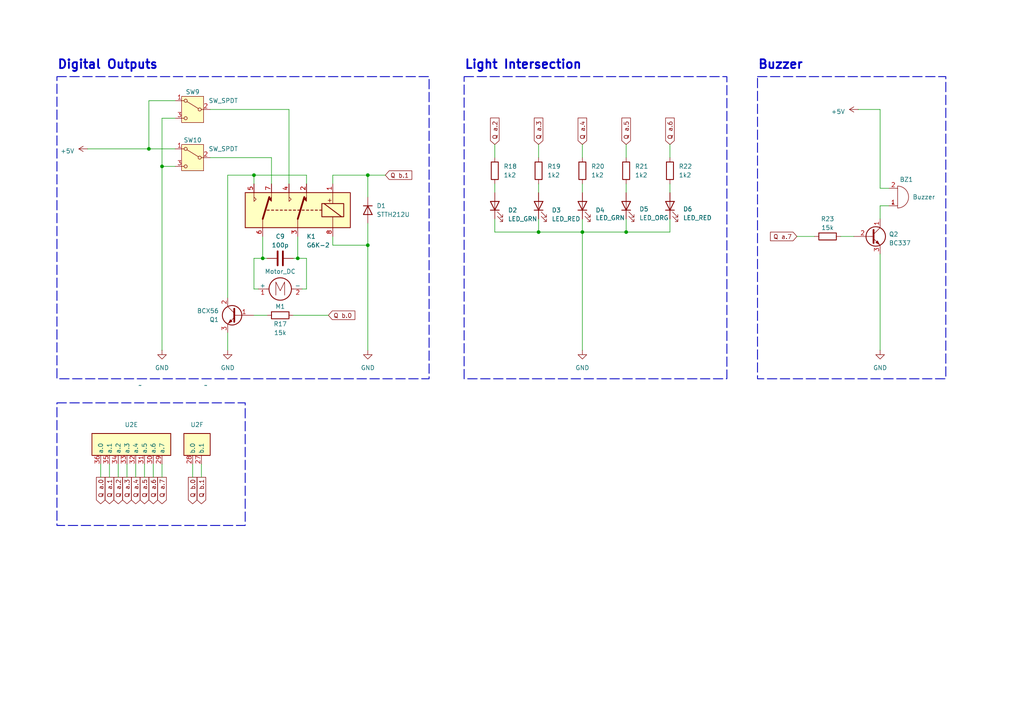
<source format=kicad_sch>
(kicad_sch
	(version 20231120)
	(generator "eeschema")
	(generator_version "8.0")
	(uuid "d37f93c2-2728-448f-8f70-de1d87ab4b93")
	(paper "A4")
	(title_block
		(title "PLC Shield")
		(date "2023-12-25")
		(rev "1")
	)
	(lib_symbols
		(symbol "Device:Buzzer"
			(pin_names
				(offset 0.0254) hide)
			(exclude_from_sim no)
			(in_bom yes)
			(on_board yes)
			(property "Reference" "BZ"
				(at 3.81 1.27 0)
				(effects
					(font
						(size 1.27 1.27)
					)
					(justify left)
				)
			)
			(property "Value" "Buzzer"
				(at 3.81 -1.27 0)
				(effects
					(font
						(size 1.27 1.27)
					)
					(justify left)
				)
			)
			(property "Footprint" ""
				(at -0.635 2.54 90)
				(effects
					(font
						(size 1.27 1.27)
					)
					(hide yes)
				)
			)
			(property "Datasheet" "~"
				(at -0.635 2.54 90)
				(effects
					(font
						(size 1.27 1.27)
					)
					(hide yes)
				)
			)
			(property "Description" "Buzzer, polarized"
				(at 0 0 0)
				(effects
					(font
						(size 1.27 1.27)
					)
					(hide yes)
				)
			)
			(property "ki_keywords" "quartz resonator ceramic"
				(at 0 0 0)
				(effects
					(font
						(size 1.27 1.27)
					)
					(hide yes)
				)
			)
			(property "ki_fp_filters" "*Buzzer*"
				(at 0 0 0)
				(effects
					(font
						(size 1.27 1.27)
					)
					(hide yes)
				)
			)
			(symbol "Buzzer_0_1"
				(arc
					(start 0 -3.175)
					(mid 3.1612 0)
					(end 0 3.175)
					(stroke
						(width 0)
						(type default)
					)
					(fill
						(type none)
					)
				)
				(polyline
					(pts
						(xy -1.651 1.905) (xy -1.143 1.905)
					)
					(stroke
						(width 0)
						(type default)
					)
					(fill
						(type none)
					)
				)
				(polyline
					(pts
						(xy -1.397 2.159) (xy -1.397 1.651)
					)
					(stroke
						(width 0)
						(type default)
					)
					(fill
						(type none)
					)
				)
				(polyline
					(pts
						(xy 0 3.175) (xy 0 -3.175)
					)
					(stroke
						(width 0)
						(type default)
					)
					(fill
						(type none)
					)
				)
			)
			(symbol "Buzzer_1_1"
				(pin passive line
					(at -2.54 2.54 0)
					(length 2.54)
					(name "+"
						(effects
							(font
								(size 1.27 1.27)
							)
						)
					)
					(number "1"
						(effects
							(font
								(size 1.27 1.27)
							)
						)
					)
				)
				(pin passive line
					(at -2.54 -2.54 0)
					(length 2.54)
					(name "-"
						(effects
							(font
								(size 1.27 1.27)
							)
						)
					)
					(number "2"
						(effects
							(font
								(size 1.27 1.27)
							)
						)
					)
				)
			)
		)
		(symbol "Device:C"
			(pin_numbers hide)
			(pin_names
				(offset 0.254)
			)
			(exclude_from_sim no)
			(in_bom yes)
			(on_board yes)
			(property "Reference" "C"
				(at 0.635 2.54 0)
				(effects
					(font
						(size 1.27 1.27)
					)
					(justify left)
				)
			)
			(property "Value" "C"
				(at 0.635 -2.54 0)
				(effects
					(font
						(size 1.27 1.27)
					)
					(justify left)
				)
			)
			(property "Footprint" ""
				(at 0.9652 -3.81 0)
				(effects
					(font
						(size 1.27 1.27)
					)
					(hide yes)
				)
			)
			(property "Datasheet" "~"
				(at 0 0 0)
				(effects
					(font
						(size 1.27 1.27)
					)
					(hide yes)
				)
			)
			(property "Description" "Unpolarized capacitor"
				(at 0 0 0)
				(effects
					(font
						(size 1.27 1.27)
					)
					(hide yes)
				)
			)
			(property "ki_keywords" "cap capacitor"
				(at 0 0 0)
				(effects
					(font
						(size 1.27 1.27)
					)
					(hide yes)
				)
			)
			(property "ki_fp_filters" "C_*"
				(at 0 0 0)
				(effects
					(font
						(size 1.27 1.27)
					)
					(hide yes)
				)
			)
			(symbol "C_0_1"
				(polyline
					(pts
						(xy -2.032 -0.762) (xy 2.032 -0.762)
					)
					(stroke
						(width 0.508)
						(type default)
					)
					(fill
						(type none)
					)
				)
				(polyline
					(pts
						(xy -2.032 0.762) (xy 2.032 0.762)
					)
					(stroke
						(width 0.508)
						(type default)
					)
					(fill
						(type none)
					)
				)
			)
			(symbol "C_1_1"
				(pin passive line
					(at 0 3.81 270)
					(length 2.794)
					(name "~"
						(effects
							(font
								(size 1.27 1.27)
							)
						)
					)
					(number "1"
						(effects
							(font
								(size 1.27 1.27)
							)
						)
					)
				)
				(pin passive line
					(at 0 -3.81 90)
					(length 2.794)
					(name "~"
						(effects
							(font
								(size 1.27 1.27)
							)
						)
					)
					(number "2"
						(effects
							(font
								(size 1.27 1.27)
							)
						)
					)
				)
			)
		)
		(symbol "Device:LED"
			(pin_numbers hide)
			(pin_names
				(offset 1.016) hide)
			(exclude_from_sim no)
			(in_bom yes)
			(on_board yes)
			(property "Reference" "D"
				(at 0 2.54 0)
				(effects
					(font
						(size 1.27 1.27)
					)
				)
			)
			(property "Value" "LED"
				(at 0 -2.54 0)
				(effects
					(font
						(size 1.27 1.27)
					)
				)
			)
			(property "Footprint" ""
				(at 0 0 0)
				(effects
					(font
						(size 1.27 1.27)
					)
					(hide yes)
				)
			)
			(property "Datasheet" "~"
				(at 0 0 0)
				(effects
					(font
						(size 1.27 1.27)
					)
					(hide yes)
				)
			)
			(property "Description" "Light emitting diode"
				(at 0 0 0)
				(effects
					(font
						(size 1.27 1.27)
					)
					(hide yes)
				)
			)
			(property "ki_keywords" "LED diode"
				(at 0 0 0)
				(effects
					(font
						(size 1.27 1.27)
					)
					(hide yes)
				)
			)
			(property "ki_fp_filters" "LED* LED_SMD:* LED_THT:*"
				(at 0 0 0)
				(effects
					(font
						(size 1.27 1.27)
					)
					(hide yes)
				)
			)
			(symbol "LED_0_1"
				(polyline
					(pts
						(xy -1.27 -1.27) (xy -1.27 1.27)
					)
					(stroke
						(width 0.254)
						(type default)
					)
					(fill
						(type none)
					)
				)
				(polyline
					(pts
						(xy -1.27 0) (xy 1.27 0)
					)
					(stroke
						(width 0)
						(type default)
					)
					(fill
						(type none)
					)
				)
				(polyline
					(pts
						(xy 1.27 -1.27) (xy 1.27 1.27) (xy -1.27 0) (xy 1.27 -1.27)
					)
					(stroke
						(width 0.254)
						(type default)
					)
					(fill
						(type none)
					)
				)
				(polyline
					(pts
						(xy -3.048 -0.762) (xy -4.572 -2.286) (xy -3.81 -2.286) (xy -4.572 -2.286) (xy -4.572 -1.524)
					)
					(stroke
						(width 0)
						(type default)
					)
					(fill
						(type none)
					)
				)
				(polyline
					(pts
						(xy -1.778 -0.762) (xy -3.302 -2.286) (xy -2.54 -2.286) (xy -3.302 -2.286) (xy -3.302 -1.524)
					)
					(stroke
						(width 0)
						(type default)
					)
					(fill
						(type none)
					)
				)
			)
			(symbol "LED_1_1"
				(pin passive line
					(at -3.81 0 0)
					(length 2.54)
					(name "K"
						(effects
							(font
								(size 1.27 1.27)
							)
						)
					)
					(number "1"
						(effects
							(font
								(size 1.27 1.27)
							)
						)
					)
				)
				(pin passive line
					(at 3.81 0 180)
					(length 2.54)
					(name "A"
						(effects
							(font
								(size 1.27 1.27)
							)
						)
					)
					(number "2"
						(effects
							(font
								(size 1.27 1.27)
							)
						)
					)
				)
			)
		)
		(symbol "Device:R"
			(pin_numbers hide)
			(pin_names
				(offset 0)
			)
			(exclude_from_sim no)
			(in_bom yes)
			(on_board yes)
			(property "Reference" "R"
				(at 2.032 0 90)
				(effects
					(font
						(size 1.27 1.27)
					)
				)
			)
			(property "Value" "R"
				(at 0 0 90)
				(effects
					(font
						(size 1.27 1.27)
					)
				)
			)
			(property "Footprint" ""
				(at -1.778 0 90)
				(effects
					(font
						(size 1.27 1.27)
					)
					(hide yes)
				)
			)
			(property "Datasheet" "~"
				(at 0 0 0)
				(effects
					(font
						(size 1.27 1.27)
					)
					(hide yes)
				)
			)
			(property "Description" "Resistor"
				(at 0 0 0)
				(effects
					(font
						(size 1.27 1.27)
					)
					(hide yes)
				)
			)
			(property "ki_keywords" "R res resistor"
				(at 0 0 0)
				(effects
					(font
						(size 1.27 1.27)
					)
					(hide yes)
				)
			)
			(property "ki_fp_filters" "R_*"
				(at 0 0 0)
				(effects
					(font
						(size 1.27 1.27)
					)
					(hide yes)
				)
			)
			(symbol "R_0_1"
				(rectangle
					(start -1.016 -2.54)
					(end 1.016 2.54)
					(stroke
						(width 0.254)
						(type default)
					)
					(fill
						(type none)
					)
				)
			)
			(symbol "R_1_1"
				(pin passive line
					(at 0 3.81 270)
					(length 1.27)
					(name "~"
						(effects
							(font
								(size 1.27 1.27)
							)
						)
					)
					(number "1"
						(effects
							(font
								(size 1.27 1.27)
							)
						)
					)
				)
				(pin passive line
					(at 0 -3.81 90)
					(length 1.27)
					(name "~"
						(effects
							(font
								(size 1.27 1.27)
							)
						)
					)
					(number "2"
						(effects
							(font
								(size 1.27 1.27)
							)
						)
					)
				)
			)
		)
		(symbol "Diode:STTH212U"
			(pin_numbers hide)
			(pin_names hide)
			(exclude_from_sim no)
			(in_bom yes)
			(on_board yes)
			(property "Reference" "D"
				(at 0 2.54 0)
				(effects
					(font
						(size 1.27 1.27)
					)
				)
			)
			(property "Value" "STTH212U"
				(at 0 -2.54 0)
				(effects
					(font
						(size 1.27 1.27)
					)
				)
			)
			(property "Footprint" "Diode_SMD:D_SMB"
				(at 0 -4.445 0)
				(effects
					(font
						(size 1.27 1.27)
					)
					(hide yes)
				)
			)
			(property "Datasheet" "https://www.st.com/resource/en/datasheet/stth212.pdf"
				(at 0 0 0)
				(effects
					(font
						(size 1.27 1.27)
					)
					(hide yes)
				)
			)
			(property "Description" "1200V 2A High Voltage Ultrafast Diode, SMB"
				(at 0 0 0)
				(effects
					(font
						(size 1.27 1.27)
					)
					(hide yes)
				)
			)
			(property "Sim.Device" "D"
				(at 0 0 0)
				(effects
					(font
						(size 1.27 1.27)
					)
					(hide yes)
				)
			)
			(property "Sim.Pins" "1=K 2=A"
				(at 0 0 0)
				(effects
					(font
						(size 1.27 1.27)
					)
					(hide yes)
				)
			)
			(property "ki_keywords" "diode"
				(at 0 0 0)
				(effects
					(font
						(size 1.27 1.27)
					)
					(hide yes)
				)
			)
			(property "ki_fp_filters" "*D?SMB*"
				(at 0 0 0)
				(effects
					(font
						(size 1.27 1.27)
					)
					(hide yes)
				)
			)
			(symbol "STTH212U_0_1"
				(polyline
					(pts
						(xy -1.27 1.27) (xy -1.27 -1.27)
					)
					(stroke
						(width 0.254)
						(type default)
					)
					(fill
						(type none)
					)
				)
				(polyline
					(pts
						(xy 1.27 0) (xy -1.27 0)
					)
					(stroke
						(width 0)
						(type default)
					)
					(fill
						(type none)
					)
				)
				(polyline
					(pts
						(xy 1.27 1.27) (xy 1.27 -1.27) (xy -1.27 0) (xy 1.27 1.27)
					)
					(stroke
						(width 0.254)
						(type default)
					)
					(fill
						(type none)
					)
				)
			)
			(symbol "STTH212U_1_1"
				(pin passive line
					(at -3.81 0 0)
					(length 2.54)
					(name "K"
						(effects
							(font
								(size 1.27 1.27)
							)
						)
					)
					(number "1"
						(effects
							(font
								(size 1.27 1.27)
							)
						)
					)
				)
				(pin passive line
					(at 3.81 0 180)
					(length 2.54)
					(name "A"
						(effects
							(font
								(size 1.27 1.27)
							)
						)
					)
					(number "2"
						(effects
							(font
								(size 1.27 1.27)
							)
						)
					)
				)
			)
		)
		(symbol "Motor:Motor_DC"
			(pin_names
				(offset 0)
			)
			(exclude_from_sim no)
			(in_bom yes)
			(on_board yes)
			(property "Reference" "M1"
				(at -5.08 -1.27 90)
				(effects
					(font
						(size 1.27 1.27)
					)
				)
			)
			(property "Value" "Motor_DC"
				(at 4.445 -1.27 90)
				(effects
					(font
						(size 1.27 1.27)
					)
				)
			)
			(property "Footprint" "Custom:FIT0491"
				(at 2.286 0 0)
				(effects
					(font
						(size 1.27 1.27)
					)
					(hide yes)
				)
			)
			(property "Datasheet" "~"
				(at 2.286 0 0)
				(effects
					(font
						(size 1.27 1.27)
					)
					(hide yes)
				)
			)
			(property "Description" "DC Motor"
				(at 0 0 0)
				(effects
					(font
						(size 1.27 1.27)
					)
					(hide yes)
				)
			)
			(property "ki_keywords" "DC Motor"
				(at 0 0 0)
				(effects
					(font
						(size 1.27 1.27)
					)
					(hide yes)
				)
			)
			(property "ki_fp_filters" "PinHeader*P2.54mm* TerminalBlock*"
				(at 0 0 0)
				(effects
					(font
						(size 1.27 1.27)
					)
					(hide yes)
				)
			)
			(symbol "Motor_DC_0_0"
				(polyline
					(pts
						(xy -1.778 1.27) (xy 2.032 1.27) (xy -0.508 0) (xy 2.032 -1.27) (xy -1.778 -1.27)
					)
					(stroke
						(width 0)
						(type default)
					)
					(fill
						(type none)
					)
				)
			)
			(symbol "Motor_DC_0_1"
				(polyline
					(pts
						(xy 0 -3.81) (xy 0 -3.302)
					)
					(stroke
						(width 0)
						(type default)
					)
					(fill
						(type none)
					)
				)
				(polyline
					(pts
						(xy 0 3.81) (xy 0 3.4036)
					)
					(stroke
						(width 0)
						(type default)
					)
					(fill
						(type none)
					)
				)
				(circle
					(center 0 0)
					(radius 3.2512)
					(stroke
						(width 0.254)
						(type default)
					)
					(fill
						(type none)
					)
				)
			)
			(symbol "Motor_DC_1_1"
				(pin passive line
					(at 0 6.35 270)
					(length 2.54)
					(name "+"
						(effects
							(font
								(size 1.27 1.27)
							)
						)
					)
					(number "1"
						(effects
							(font
								(size 1.27 1.27)
							)
						)
					)
				)
				(pin passive line
					(at 0 -6.35 90)
					(length 2.54)
					(name "-"
						(effects
							(font
								(size 1.27 1.27)
							)
						)
					)
					(number "2"
						(effects
							(font
								(size 1.27 1.27)
							)
						)
					)
				)
			)
		)
		(symbol "PLC-1200:S7-1200"
			(exclude_from_sim no)
			(in_bom yes)
			(on_board yes)
			(property "Reference" "U"
				(at 11.43 0 0)
				(effects
					(font
						(size 1.27 1.27)
					)
				)
			)
			(property "Value" ""
				(at 3.81 -1.905 90)
				(effects
					(font
						(size 1.27 1.27)
					)
				)
			)
			(property "Footprint" ""
				(at 3.81 -1.905 90)
				(effects
					(font
						(size 1.27 1.27)
					)
					(hide yes)
				)
			)
			(property "Datasheet" ""
				(at 3.81 -1.905 90)
				(effects
					(font
						(size 1.27 1.27)
					)
					(hide yes)
				)
			)
			(property "Description" ""
				(at 0 0 0)
				(effects
					(font
						(size 1.27 1.27)
					)
					(hide yes)
				)
			)
			(property "ki_locked" ""
				(at 0 0 0)
				(effects
					(font
						(size 1.27 1.27)
					)
				)
			)
			(symbol "S7-1200_1_1"
				(rectangle
					(start -5.08 5.08)
					(end 5.08 -5.08)
					(stroke
						(width 0.254)
						(type default)
					)
					(fill
						(type background)
					)
				)
				(polyline
					(pts
						(xy -4.318 -1.778) (xy -2.794 -1.778)
					)
					(stroke
						(width 0)
						(type default)
					)
					(fill
						(type none)
					)
				)
				(polyline
					(pts
						(xy -4.064 -2.032) (xy -3.048 -2.032)
					)
					(stroke
						(width 0)
						(type default)
					)
					(fill
						(type none)
					)
				)
				(polyline
					(pts
						(xy -3.81 -2.286) (xy -3.302 -2.286)
					)
					(stroke
						(width 0)
						(type default)
					)
					(fill
						(type none)
					)
				)
				(polyline
					(pts
						(xy -3.556 -1.27) (xy -3.556 -1.778)
					)
					(stroke
						(width 0)
						(type default)
					)
					(fill
						(type none)
					)
				)
				(text "IN"
					(at 0 -0.635 900)
					(effects
						(font
							(size 1.27 1.27)
						)
					)
				)
				(text "OUT"
					(at 2.54 -0.635 900)
					(effects
						(font
							(size 1.27 1.27)
						)
					)
				)
				(pin power_in line
					(at 0 7.62 270)
					(length 2.54)
					(name "L+"
						(effects
							(font
								(size 1.27 1.27)
							)
						)
					)
					(number "1"
						(effects
							(font
								(size 1.27 1.27)
							)
						)
					)
				)
				(pin power_in line
					(at 0 -7.62 90)
					(length 2.54)
					(name "M"
						(effects
							(font
								(size 1.27 1.27)
							)
						)
					)
					(number "2"
						(effects
							(font
								(size 1.27 1.27)
							)
						)
					)
				)
				(pin power_in line
					(at -7.62 0 0)
					(length 2.54)
					(name "PE"
						(effects
							(font
								(size 1.27 1.27)
							)
						)
					)
					(number "3"
						(effects
							(font
								(size 1.27 1.27)
							)
						)
					)
				)
				(pin power_out line
					(at 2.54 7.62 270)
					(length 2.54)
					(name "L+"
						(effects
							(font
								(size 1.27 1.27)
							)
						)
					)
					(number "4"
						(effects
							(font
								(size 1.27 1.27)
							)
						)
					)
				)
				(pin power_out line
					(at 2.54 -7.62 90)
					(length 2.54)
					(name "M"
						(effects
							(font
								(size 1.27 1.27)
							)
						)
					)
					(number "5"
						(effects
							(font
								(size 1.27 1.27)
							)
						)
					)
				)
			)
			(symbol "S7-1200_2_1"
				(rectangle
					(start -5.08 6.35)
					(end 6.35 -6.35)
					(stroke
						(width 0.254)
						(type default)
					)
					(fill
						(type background)
					)
				)
				(text "AI"
					(at 0 -1.27 0)
					(effects
						(font
							(size 1.27 1.27)
						)
					)
				)
				(text "AQ"
					(at 0 1.27 0)
					(effects
						(font
							(size 1.27 1.27)
						)
					)
				)
				(text "DI"
					(at 0 3.81 0)
					(effects
						(font
							(size 1.27 1.27)
						)
					)
				)
				(text "DQ"
					(at 0 -3.81 0)
					(effects
						(font
							(size 1.27 1.27)
						)
					)
				)
				(pin power_in line
					(at -7.62 1.27 0)
					(length 2.54)
					(name "2M"
						(effects
							(font
								(size 1.27 1.27)
							)
						)
					)
					(number "21"
						(effects
							(font
								(size 1.27 1.27)
							)
						)
					)
				)
				(pin power_in line
					(at -7.62 -1.27 0)
					(length 2.54)
					(name "3M"
						(effects
							(font
								(size 1.27 1.27)
							)
						)
					)
					(number "24"
						(effects
							(font
								(size 1.27 1.27)
							)
						)
					)
				)
				(pin power_in line
					(at -7.62 -3.81 0)
					(length 2.54)
					(name "4M"
						(effects
							(font
								(size 1.27 1.27)
							)
						)
					)
					(number "37"
						(effects
							(font
								(size 1.27 1.27)
							)
						)
					)
				)
				(pin power_in line
					(at 8.89 -3.81 180)
					(length 2.54)
					(name "4L+"
						(effects
							(font
								(size 1.27 1.27)
							)
						)
					)
					(number "38"
						(effects
							(font
								(size 1.27 1.27)
							)
						)
					)
				)
				(pin power_in line
					(at -7.62 3.81 0)
					(length 2.54)
					(name "1M"
						(effects
							(font
								(size 1.27 1.27)
							)
						)
					)
					(number "6"
						(effects
							(font
								(size 1.27 1.27)
							)
						)
					)
				)
			)
			(symbol "S7-1200_3_1"
				(rectangle
					(start -2.54 11.43)
					(end 3.81 -11.43)
					(stroke
						(width 0.254)
						(type default)
					)
					(fill
						(type background)
					)
				)
				(pin input line
					(at -5.08 -1.27 0)
					(length 2.54)
					(name "a.3"
						(effects
							(font
								(size 1.27 1.27)
							)
						)
					)
					(number "10"
						(effects
							(font
								(size 1.27 1.27)
							)
						)
					)
				)
				(pin input line
					(at -5.08 1.27 0)
					(length 2.54)
					(name "a.4"
						(effects
							(font
								(size 1.27 1.27)
							)
						)
					)
					(number "11"
						(effects
							(font
								(size 1.27 1.27)
							)
						)
					)
				)
				(pin input line
					(at -5.08 3.81 0)
					(length 2.54)
					(name "a.5"
						(effects
							(font
								(size 1.27 1.27)
							)
						)
					)
					(number "12"
						(effects
							(font
								(size 1.27 1.27)
							)
						)
					)
				)
				(pin input line
					(at -5.08 6.35 0)
					(length 2.54)
					(name "a.6"
						(effects
							(font
								(size 1.27 1.27)
							)
						)
					)
					(number "13"
						(effects
							(font
								(size 1.27 1.27)
							)
						)
					)
				)
				(pin input line
					(at -5.08 8.89 0)
					(length 2.54)
					(name "a.7"
						(effects
							(font
								(size 1.27 1.27)
							)
						)
					)
					(number "14"
						(effects
							(font
								(size 1.27 1.27)
							)
						)
					)
				)
				(pin input line
					(at -5.08 -8.89 0)
					(length 2.54)
					(name "a.0"
						(effects
							(font
								(size 1.27 1.27)
							)
						)
					)
					(number "7"
						(effects
							(font
								(size 1.27 1.27)
							)
						)
					)
				)
				(pin input line
					(at -5.08 -6.35 0)
					(length 2.54)
					(name "a.1"
						(effects
							(font
								(size 1.27 1.27)
							)
						)
					)
					(number "8"
						(effects
							(font
								(size 1.27 1.27)
							)
						)
					)
				)
				(pin input line
					(at -5.08 -3.81 0)
					(length 2.54)
					(name "a.2"
						(effects
							(font
								(size 1.27 1.27)
							)
						)
					)
					(number "9"
						(effects
							(font
								(size 1.27 1.27)
							)
						)
					)
				)
			)
			(symbol "S7-1200_4_1"
				(rectangle
					(start -2.54 8.89)
					(end 3.81 -8.89)
					(stroke
						(width 0.254)
						(type default)
					)
					(fill
						(type background)
					)
				)
				(pin input line
					(at -5.08 -6.35 0)
					(length 2.54)
					(name "b.0"
						(effects
							(font
								(size 1.27 1.27)
							)
						)
					)
					(number "15"
						(effects
							(font
								(size 1.27 1.27)
							)
						)
					)
				)
				(pin input line
					(at -5.08 -3.81 0)
					(length 2.54)
					(name "b.1"
						(effects
							(font
								(size 1.27 1.27)
							)
						)
					)
					(number "16"
						(effects
							(font
								(size 1.27 1.27)
							)
						)
					)
				)
				(pin input line
					(at -5.08 -1.27 0)
					(length 2.54)
					(name "b.2"
						(effects
							(font
								(size 1.27 1.27)
							)
						)
					)
					(number "17"
						(effects
							(font
								(size 1.27 1.27)
							)
						)
					)
				)
				(pin input line
					(at -5.08 1.27 0)
					(length 2.54)
					(name "b.3"
						(effects
							(font
								(size 1.27 1.27)
							)
						)
					)
					(number "18"
						(effects
							(font
								(size 1.27 1.27)
							)
						)
					)
				)
				(pin input line
					(at -5.08 3.81 0)
					(length 2.54)
					(name "b.4"
						(effects
							(font
								(size 1.27 1.27)
							)
						)
					)
					(number "19"
						(effects
							(font
								(size 1.27 1.27)
							)
						)
					)
				)
				(pin input line
					(at -5.08 6.35 0)
					(length 2.54)
					(name "b.5"
						(effects
							(font
								(size 1.27 1.27)
							)
						)
					)
					(number "20"
						(effects
							(font
								(size 1.27 1.27)
							)
						)
					)
				)
			)
			(symbol "S7-1200_5_1"
				(rectangle
					(start -2.54 11.43)
					(end 3.81 -11.43)
					(stroke
						(width 0.254)
						(type default)
					)
					(fill
						(type background)
					)
				)
				(pin output line
					(at -5.08 -8.89 0)
					(length 2.54)
					(name "a.7"
						(effects
							(font
								(size 1.27 1.27)
							)
						)
					)
					(number "29"
						(effects
							(font
								(size 1.27 1.27)
							)
						)
					)
				)
				(pin output line
					(at -5.08 -6.35 0)
					(length 2.54)
					(name "a.6"
						(effects
							(font
								(size 1.27 1.27)
							)
						)
					)
					(number "30"
						(effects
							(font
								(size 1.27 1.27)
							)
						)
					)
				)
				(pin output line
					(at -5.08 -3.81 0)
					(length 2.54)
					(name "a.5"
						(effects
							(font
								(size 1.27 1.27)
							)
						)
					)
					(number "31"
						(effects
							(font
								(size 1.27 1.27)
							)
						)
					)
				)
				(pin output line
					(at -5.08 -1.27 0)
					(length 2.54)
					(name "a.4"
						(effects
							(font
								(size 1.27 1.27)
							)
						)
					)
					(number "32"
						(effects
							(font
								(size 1.27 1.27)
							)
						)
					)
				)
				(pin output line
					(at -5.08 1.27 0)
					(length 2.54)
					(name "a.3"
						(effects
							(font
								(size 1.27 1.27)
							)
						)
					)
					(number "33"
						(effects
							(font
								(size 1.27 1.27)
							)
						)
					)
				)
				(pin output line
					(at -5.08 3.81 0)
					(length 2.54)
					(name "a.2"
						(effects
							(font
								(size 1.27 1.27)
							)
						)
					)
					(number "34"
						(effects
							(font
								(size 1.27 1.27)
							)
						)
					)
				)
				(pin output line
					(at -5.08 6.35 0)
					(length 2.54)
					(name "a.1"
						(effects
							(font
								(size 1.27 1.27)
							)
						)
					)
					(number "35"
						(effects
							(font
								(size 1.27 1.27)
							)
						)
					)
				)
				(pin output line
					(at -5.08 8.89 0)
					(length 2.54)
					(name "a.0"
						(effects
							(font
								(size 1.27 1.27)
							)
						)
					)
					(number "36"
						(effects
							(font
								(size 1.27 1.27)
							)
						)
					)
				)
			)
			(symbol "S7-1200_6_1"
				(rectangle
					(start -2.54 3.81)
					(end 3.81 -3.81)
					(stroke
						(width 0.254)
						(type default)
					)
					(fill
						(type background)
					)
				)
				(pin output line
					(at -5.08 -1.27 0)
					(length 2.54)
					(name "b.1"
						(effects
							(font
								(size 1.27 1.27)
							)
						)
					)
					(number "27"
						(effects
							(font
								(size 1.27 1.27)
							)
						)
					)
				)
				(pin output line
					(at -5.08 1.27 0)
					(length 2.54)
					(name "b.0"
						(effects
							(font
								(size 1.27 1.27)
							)
						)
					)
					(number "28"
						(effects
							(font
								(size 1.27 1.27)
							)
						)
					)
				)
			)
			(symbol "S7-1200_7_1"
				(rectangle
					(start -2.54 3.81)
					(end 3.81 -3.81)
					(stroke
						(width 0.254)
						(type default)
					)
					(fill
						(type background)
					)
				)
				(pin input line
					(at -5.08 -1.27 0)
					(length 2.54)
					(name "AI.0"
						(effects
							(font
								(size 1.27 1.27)
							)
						)
					)
					(number "25"
						(effects
							(font
								(size 1.27 1.27)
							)
						)
					)
				)
				(pin input line
					(at -5.08 1.27 0)
					(length 2.54)
					(name "AI.1"
						(effects
							(font
								(size 1.27 1.27)
							)
						)
					)
					(number "26"
						(effects
							(font
								(size 1.27 1.27)
							)
						)
					)
				)
			)
			(symbol "S7-1200_8_1"
				(rectangle
					(start -2.54 3.81)
					(end 3.81 -3.81)
					(stroke
						(width 0.254)
						(type default)
					)
					(fill
						(type background)
					)
				)
				(pin output line
					(at -5.08 1.27 0)
					(length 2.54)
					(name "AQ.0"
						(effects
							(font
								(size 1.27 1.27)
							)
						)
					)
					(number "22"
						(effects
							(font
								(size 1.27 1.27)
							)
						)
					)
				)
				(pin output line
					(at -5.08 -1.27 0)
					(length 2.54)
					(name "AQ.1"
						(effects
							(font
								(size 1.27 1.27)
							)
						)
					)
					(number "23"
						(effects
							(font
								(size 1.27 1.27)
							)
						)
					)
				)
			)
		)
		(symbol "Relay:G6K-2"
			(exclude_from_sim no)
			(in_bom yes)
			(on_board yes)
			(property "Reference" "K"
				(at 16.51 3.81 0)
				(effects
					(font
						(size 1.27 1.27)
					)
					(justify left)
				)
			)
			(property "Value" "G6K-2"
				(at 16.51 1.27 0)
				(effects
					(font
						(size 1.27 1.27)
					)
					(justify left)
				)
			)
			(property "Footprint" ""
				(at 0 0 0)
				(effects
					(font
						(size 1.27 1.27)
					)
					(justify left)
					(hide yes)
				)
			)
			(property "Datasheet" "http://omronfs.omron.com/en_US/ecb/products/pdf/en-g6k.pdf"
				(at 0 0 0)
				(effects
					(font
						(size 1.27 1.27)
					)
					(hide yes)
				)
			)
			(property "Description" "Miniature 2-pole relay, Single-side Stable"
				(at 0 0 0)
				(effects
					(font
						(size 1.27 1.27)
					)
					(hide yes)
				)
			)
			(property "ki_keywords" "Miniature Relay Dual Pole DPDT Omron"
				(at 0 0 0)
				(effects
					(font
						(size 1.27 1.27)
					)
					(hide yes)
				)
			)
			(property "ki_fp_filters" "Relay*DPDT*Omron*G6K?2*"
				(at 0 0 0)
				(effects
					(font
						(size 1.27 1.27)
					)
					(hide yes)
				)
			)
			(symbol "G6K-2_0_0"
				(text "+"
					(at -9.271 2.921 0)
					(effects
						(font
							(size 1.27 1.27)
						)
					)
				)
			)
			(symbol "G6K-2_0_1"
				(rectangle
					(start -15.24 5.08)
					(end 15.24 -5.08)
					(stroke
						(width 0.254)
						(type default)
					)
					(fill
						(type background)
					)
				)
				(rectangle
					(start -13.335 1.905)
					(end -6.985 -1.905)
					(stroke
						(width 0.254)
						(type default)
					)
					(fill
						(type none)
					)
				)
				(polyline
					(pts
						(xy -12.7 -1.905) (xy -7.62 1.905)
					)
					(stroke
						(width 0.254)
						(type default)
					)
					(fill
						(type none)
					)
				)
				(polyline
					(pts
						(xy -10.16 -5.08) (xy -10.16 -1.905)
					)
					(stroke
						(width 0)
						(type default)
					)
					(fill
						(type none)
					)
				)
				(polyline
					(pts
						(xy -10.16 5.08) (xy -10.16 1.905)
					)
					(stroke
						(width 0)
						(type default)
					)
					(fill
						(type none)
					)
				)
				(polyline
					(pts
						(xy -6.985 0) (xy -6.35 0)
					)
					(stroke
						(width 0.254)
						(type default)
					)
					(fill
						(type none)
					)
				)
				(polyline
					(pts
						(xy -5.715 0) (xy -5.08 0)
					)
					(stroke
						(width 0.254)
						(type default)
					)
					(fill
						(type none)
					)
				)
				(polyline
					(pts
						(xy -4.445 0) (xy -3.81 0)
					)
					(stroke
						(width 0.254)
						(type default)
					)
					(fill
						(type none)
					)
				)
				(polyline
					(pts
						(xy -3.175 0) (xy -2.54 0)
					)
					(stroke
						(width 0.254)
						(type default)
					)
					(fill
						(type none)
					)
				)
				(polyline
					(pts
						(xy -1.905 0) (xy -1.27 0)
					)
					(stroke
						(width 0.254)
						(type default)
					)
					(fill
						(type none)
					)
				)
				(polyline
					(pts
						(xy -0.635 0) (xy 0 0)
					)
					(stroke
						(width 0.254)
						(type default)
					)
					(fill
						(type none)
					)
				)
				(polyline
					(pts
						(xy 0 -2.54) (xy -1.905 3.81)
					)
					(stroke
						(width 0.508)
						(type default)
					)
					(fill
						(type none)
					)
				)
				(polyline
					(pts
						(xy 0 -2.54) (xy 0 -5.08)
					)
					(stroke
						(width 0)
						(type default)
					)
					(fill
						(type none)
					)
				)
				(polyline
					(pts
						(xy 0.635 0) (xy 1.27 0)
					)
					(stroke
						(width 0.254)
						(type default)
					)
					(fill
						(type none)
					)
				)
				(polyline
					(pts
						(xy 1.905 0) (xy 2.54 0)
					)
					(stroke
						(width 0.254)
						(type default)
					)
					(fill
						(type none)
					)
				)
				(polyline
					(pts
						(xy 3.175 0) (xy 3.81 0)
					)
					(stroke
						(width 0.254)
						(type default)
					)
					(fill
						(type none)
					)
				)
				(polyline
					(pts
						(xy 4.445 0) (xy 5.08 0)
					)
					(stroke
						(width 0.254)
						(type default)
					)
					(fill
						(type none)
					)
				)
				(polyline
					(pts
						(xy 5.715 0) (xy 6.35 0)
					)
					(stroke
						(width 0.254)
						(type default)
					)
					(fill
						(type none)
					)
				)
				(polyline
					(pts
						(xy 6.985 0) (xy 7.62 0)
					)
					(stroke
						(width 0.254)
						(type default)
					)
					(fill
						(type none)
					)
				)
				(polyline
					(pts
						(xy 8.255 0) (xy 8.89 0)
					)
					(stroke
						(width 0.254)
						(type default)
					)
					(fill
						(type none)
					)
				)
				(polyline
					(pts
						(xy 10.16 -2.54) (xy 8.255 3.81)
					)
					(stroke
						(width 0.508)
						(type default)
					)
					(fill
						(type none)
					)
				)
				(polyline
					(pts
						(xy 10.16 -2.54) (xy 10.16 -5.08)
					)
					(stroke
						(width 0)
						(type default)
					)
					(fill
						(type none)
					)
				)
				(polyline
					(pts
						(xy -2.54 5.08) (xy -2.54 2.54) (xy -1.905 3.175) (xy -2.54 3.81)
					)
					(stroke
						(width 0)
						(type default)
					)
					(fill
						(type outline)
					)
				)
				(polyline
					(pts
						(xy 2.54 5.08) (xy 2.54 2.54) (xy 1.905 3.175) (xy 2.54 3.81)
					)
					(stroke
						(width 0)
						(type default)
					)
					(fill
						(type none)
					)
				)
				(polyline
					(pts
						(xy 7.62 5.08) (xy 7.62 2.54) (xy 8.255 3.175) (xy 7.62 3.81)
					)
					(stroke
						(width 0)
						(type default)
					)
					(fill
						(type outline)
					)
				)
				(polyline
					(pts
						(xy 12.7 5.08) (xy 12.7 2.54) (xy 12.065 3.175) (xy 12.7 3.81)
					)
					(stroke
						(width 0)
						(type default)
					)
					(fill
						(type none)
					)
				)
			)
			(symbol "G6K-2_1_1"
				(pin passive line
					(at -10.16 7.62 270)
					(length 2.54)
					(name "~"
						(effects
							(font
								(size 1.27 1.27)
							)
						)
					)
					(number "1"
						(effects
							(font
								(size 1.27 1.27)
							)
						)
					)
				)
				(pin passive line
					(at -2.54 7.62 270)
					(length 2.54)
					(name "~"
						(effects
							(font
								(size 1.27 1.27)
							)
						)
					)
					(number "2"
						(effects
							(font
								(size 1.27 1.27)
							)
						)
					)
				)
				(pin passive line
					(at 0 -7.62 90)
					(length 2.54)
					(name "~"
						(effects
							(font
								(size 1.27 1.27)
							)
						)
					)
					(number "3"
						(effects
							(font
								(size 1.27 1.27)
							)
						)
					)
				)
				(pin passive line
					(at 2.54 7.62 270)
					(length 2.54)
					(name "~"
						(effects
							(font
								(size 1.27 1.27)
							)
						)
					)
					(number "4"
						(effects
							(font
								(size 1.27 1.27)
							)
						)
					)
				)
				(pin passive line
					(at 12.7 7.62 270)
					(length 2.54)
					(name "~"
						(effects
							(font
								(size 1.27 1.27)
							)
						)
					)
					(number "5"
						(effects
							(font
								(size 1.27 1.27)
							)
						)
					)
				)
				(pin passive line
					(at 10.16 -7.62 90)
					(length 2.54)
					(name "~"
						(effects
							(font
								(size 1.27 1.27)
							)
						)
					)
					(number "6"
						(effects
							(font
								(size 1.27 1.27)
							)
						)
					)
				)
				(pin passive line
					(at 7.62 7.62 270)
					(length 2.54)
					(name "~"
						(effects
							(font
								(size 1.27 1.27)
							)
						)
					)
					(number "7"
						(effects
							(font
								(size 1.27 1.27)
							)
						)
					)
				)
				(pin passive line
					(at -10.16 -7.62 90)
					(length 2.54)
					(name "~"
						(effects
							(font
								(size 1.27 1.27)
							)
						)
					)
					(number "8"
						(effects
							(font
								(size 1.27 1.27)
							)
						)
					)
				)
			)
		)
		(symbol "Switch:SW_SPDT"
			(pin_names
				(offset 0) hide)
			(exclude_from_sim no)
			(in_bom yes)
			(on_board yes)
			(property "Reference" "SW"
				(at 0 5.08 0)
				(effects
					(font
						(size 1.27 1.27)
					)
				)
			)
			(property "Value" "SW_SPDT"
				(at 0 -5.08 0)
				(effects
					(font
						(size 1.27 1.27)
					)
				)
			)
			(property "Footprint" ""
				(at 0 0 0)
				(effects
					(font
						(size 1.27 1.27)
					)
					(hide yes)
				)
			)
			(property "Datasheet" "~"
				(at 0 -7.62 0)
				(effects
					(font
						(size 1.27 1.27)
					)
					(hide yes)
				)
			)
			(property "Description" "Switch, single pole double throw"
				(at 0 0 0)
				(effects
					(font
						(size 1.27 1.27)
					)
					(hide yes)
				)
			)
			(property "ki_keywords" "switch single-pole double-throw spdt ON-ON"
				(at 0 0 0)
				(effects
					(font
						(size 1.27 1.27)
					)
					(hide yes)
				)
			)
			(symbol "SW_SPDT_0_1"
				(circle
					(center -2.032 0)
					(radius 0.4572)
					(stroke
						(width 0)
						(type default)
					)
					(fill
						(type none)
					)
				)
				(polyline
					(pts
						(xy -1.651 0.254) (xy 1.651 2.286)
					)
					(stroke
						(width 0)
						(type default)
					)
					(fill
						(type none)
					)
				)
				(circle
					(center 2.032 -2.54)
					(radius 0.4572)
					(stroke
						(width 0)
						(type default)
					)
					(fill
						(type none)
					)
				)
				(circle
					(center 2.032 2.54)
					(radius 0.4572)
					(stroke
						(width 0)
						(type default)
					)
					(fill
						(type none)
					)
				)
			)
			(symbol "SW_SPDT_1_1"
				(rectangle
					(start -3.175 3.81)
					(end 3.175 -3.81)
					(stroke
						(width 0)
						(type default)
					)
					(fill
						(type background)
					)
				)
				(pin passive line
					(at 5.08 2.54 180)
					(length 2.54)
					(name "A"
						(effects
							(font
								(size 1.27 1.27)
							)
						)
					)
					(number "1"
						(effects
							(font
								(size 1.27 1.27)
							)
						)
					)
				)
				(pin passive line
					(at -5.08 0 0)
					(length 2.54)
					(name "B"
						(effects
							(font
								(size 1.27 1.27)
							)
						)
					)
					(number "2"
						(effects
							(font
								(size 1.27 1.27)
							)
						)
					)
				)
				(pin passive line
					(at 5.08 -2.54 180)
					(length 2.54)
					(name "C"
						(effects
							(font
								(size 1.27 1.27)
							)
						)
					)
					(number "3"
						(effects
							(font
								(size 1.27 1.27)
							)
						)
					)
				)
			)
		)
		(symbol "Transistor_BJT:BC337"
			(pin_names
				(offset 0) hide)
			(exclude_from_sim no)
			(in_bom yes)
			(on_board yes)
			(property "Reference" "Q"
				(at 5.08 1.905 0)
				(effects
					(font
						(size 1.27 1.27)
					)
					(justify left)
				)
			)
			(property "Value" "BC337"
				(at 5.08 0 0)
				(effects
					(font
						(size 1.27 1.27)
					)
					(justify left)
				)
			)
			(property "Footprint" "Package_TO_SOT_THT:TO-92_Inline"
				(at 5.08 -1.905 0)
				(effects
					(font
						(size 1.27 1.27)
						(italic yes)
					)
					(justify left)
					(hide yes)
				)
			)
			(property "Datasheet" "https://diotec.com/tl_files/diotec/files/pdf/datasheets/bc337.pdf"
				(at 0 0 0)
				(effects
					(font
						(size 1.27 1.27)
					)
					(justify left)
					(hide yes)
				)
			)
			(property "Description" "0.8A Ic, 45V Vce, NPN Transistor, TO-92"
				(at 0 0 0)
				(effects
					(font
						(size 1.27 1.27)
					)
					(hide yes)
				)
			)
			(property "ki_keywords" "NPN Transistor"
				(at 0 0 0)
				(effects
					(font
						(size 1.27 1.27)
					)
					(hide yes)
				)
			)
			(property "ki_fp_filters" "TO?92*"
				(at 0 0 0)
				(effects
					(font
						(size 1.27 1.27)
					)
					(hide yes)
				)
			)
			(symbol "BC337_0_1"
				(polyline
					(pts
						(xy 0 0) (xy 0.635 0)
					)
					(stroke
						(width 0)
						(type default)
					)
					(fill
						(type none)
					)
				)
				(polyline
					(pts
						(xy 0.635 0.635) (xy 2.54 2.54)
					)
					(stroke
						(width 0)
						(type default)
					)
					(fill
						(type none)
					)
				)
				(polyline
					(pts
						(xy 0.635 -0.635) (xy 2.54 -2.54) (xy 2.54 -2.54)
					)
					(stroke
						(width 0)
						(type default)
					)
					(fill
						(type none)
					)
				)
				(polyline
					(pts
						(xy 0.635 1.905) (xy 0.635 -1.905) (xy 0.635 -1.905)
					)
					(stroke
						(width 0.508)
						(type default)
					)
					(fill
						(type none)
					)
				)
				(polyline
					(pts
						(xy 1.27 -1.778) (xy 1.778 -1.27) (xy 2.286 -2.286) (xy 1.27 -1.778) (xy 1.27 -1.778)
					)
					(stroke
						(width 0)
						(type default)
					)
					(fill
						(type outline)
					)
				)
				(circle
					(center 1.27 0)
					(radius 2.8194)
					(stroke
						(width 0.254)
						(type default)
					)
					(fill
						(type none)
					)
				)
			)
			(symbol "BC337_1_1"
				(pin passive line
					(at 2.54 5.08 270)
					(length 2.54)
					(name "C"
						(effects
							(font
								(size 1.27 1.27)
							)
						)
					)
					(number "1"
						(effects
							(font
								(size 1.27 1.27)
							)
						)
					)
				)
				(pin input line
					(at -5.08 0 0)
					(length 5.08)
					(name "B"
						(effects
							(font
								(size 1.27 1.27)
							)
						)
					)
					(number "2"
						(effects
							(font
								(size 1.27 1.27)
							)
						)
					)
				)
				(pin passive line
					(at 2.54 -5.08 90)
					(length 2.54)
					(name "E"
						(effects
							(font
								(size 1.27 1.27)
							)
						)
					)
					(number "3"
						(effects
							(font
								(size 1.27 1.27)
							)
						)
					)
				)
			)
		)
		(symbol "Transistor_BJT:BCX56"
			(pin_names
				(offset 0) hide)
			(exclude_from_sim no)
			(in_bom yes)
			(on_board yes)
			(property "Reference" "Q"
				(at 5.08 1.905 0)
				(effects
					(font
						(size 1.27 1.27)
					)
					(justify left)
				)
			)
			(property "Value" "BCX56"
				(at 5.08 0 0)
				(effects
					(font
						(size 1.27 1.27)
					)
					(justify left)
				)
			)
			(property "Footprint" "Package_TO_SOT_SMD:SOT-89-3"
				(at 5.08 -1.905 0)
				(effects
					(font
						(size 1.27 1.27)
						(italic yes)
					)
					(justify left)
					(hide yes)
				)
			)
			(property "Datasheet" "https://www.nxp.com/docs/en/data-sheet/BCP56_BCX56_BC56PA.pdf"
				(at 0 0 0)
				(effects
					(font
						(size 1.27 1.27)
					)
					(justify left)
					(hide yes)
				)
			)
			(property "Description" "1A Ic, 80V Vce, NPN Medium Power Transistor, SOT-89"
				(at 0 0 0)
				(effects
					(font
						(size 1.27 1.27)
					)
					(hide yes)
				)
			)
			(property "ki_keywords" "NPN Transistor"
				(at 0 0 0)
				(effects
					(font
						(size 1.27 1.27)
					)
					(hide yes)
				)
			)
			(property "ki_fp_filters" "SOT?89*"
				(at 0 0 0)
				(effects
					(font
						(size 1.27 1.27)
					)
					(hide yes)
				)
			)
			(symbol "BCX56_0_1"
				(polyline
					(pts
						(xy 0.635 0.635) (xy 2.54 2.54)
					)
					(stroke
						(width 0)
						(type default)
					)
					(fill
						(type none)
					)
				)
				(polyline
					(pts
						(xy 0.635 -0.635) (xy 2.54 -2.54) (xy 2.54 -2.54)
					)
					(stroke
						(width 0)
						(type default)
					)
					(fill
						(type none)
					)
				)
				(polyline
					(pts
						(xy 0.635 1.905) (xy 0.635 -1.905) (xy 0.635 -1.905)
					)
					(stroke
						(width 0.508)
						(type default)
					)
					(fill
						(type none)
					)
				)
				(polyline
					(pts
						(xy 1.27 -1.778) (xy 1.778 -1.27) (xy 2.286 -2.286) (xy 1.27 -1.778) (xy 1.27 -1.778)
					)
					(stroke
						(width 0)
						(type default)
					)
					(fill
						(type outline)
					)
				)
				(circle
					(center 1.27 0)
					(radius 2.8194)
					(stroke
						(width 0.254)
						(type default)
					)
					(fill
						(type none)
					)
				)
			)
			(symbol "BCX56_1_1"
				(pin input line
					(at -5.08 0 0)
					(length 5.715)
					(name "B"
						(effects
							(font
								(size 1.27 1.27)
							)
						)
					)
					(number "1"
						(effects
							(font
								(size 1.27 1.27)
							)
						)
					)
				)
				(pin passive line
					(at 2.54 5.08 270)
					(length 2.54)
					(name "C"
						(effects
							(font
								(size 1.27 1.27)
							)
						)
					)
					(number "2"
						(effects
							(font
								(size 1.27 1.27)
							)
						)
					)
				)
				(pin passive line
					(at 2.54 -5.08 90)
					(length 2.54)
					(name "E"
						(effects
							(font
								(size 1.27 1.27)
							)
						)
					)
					(number "3"
						(effects
							(font
								(size 1.27 1.27)
							)
						)
					)
				)
			)
		)
		(symbol "power:+5V"
			(power)
			(pin_numbers hide)
			(pin_names
				(offset 0) hide)
			(exclude_from_sim no)
			(in_bom yes)
			(on_board yes)
			(property "Reference" "#PWR"
				(at 0 -3.81 0)
				(effects
					(font
						(size 1.27 1.27)
					)
					(hide yes)
				)
			)
			(property "Value" "+5V"
				(at 0 3.556 0)
				(effects
					(font
						(size 1.27 1.27)
					)
				)
			)
			(property "Footprint" ""
				(at 0 0 0)
				(effects
					(font
						(size 1.27 1.27)
					)
					(hide yes)
				)
			)
			(property "Datasheet" ""
				(at 0 0 0)
				(effects
					(font
						(size 1.27 1.27)
					)
					(hide yes)
				)
			)
			(property "Description" "Power symbol creates a global label with name \"+5V\""
				(at 0 0 0)
				(effects
					(font
						(size 1.27 1.27)
					)
					(hide yes)
				)
			)
			(property "ki_keywords" "global power"
				(at 0 0 0)
				(effects
					(font
						(size 1.27 1.27)
					)
					(hide yes)
				)
			)
			(symbol "+5V_0_1"
				(polyline
					(pts
						(xy -0.762 1.27) (xy 0 2.54)
					)
					(stroke
						(width 0)
						(type default)
					)
					(fill
						(type none)
					)
				)
				(polyline
					(pts
						(xy 0 0) (xy 0 2.54)
					)
					(stroke
						(width 0)
						(type default)
					)
					(fill
						(type none)
					)
				)
				(polyline
					(pts
						(xy 0 2.54) (xy 0.762 1.27)
					)
					(stroke
						(width 0)
						(type default)
					)
					(fill
						(type none)
					)
				)
			)
			(symbol "+5V_1_1"
				(pin power_in line
					(at 0 0 90)
					(length 0)
					(name "~"
						(effects
							(font
								(size 1.27 1.27)
							)
						)
					)
					(number "1"
						(effects
							(font
								(size 1.27 1.27)
							)
						)
					)
				)
			)
		)
		(symbol "power:GND"
			(power)
			(pin_numbers hide)
			(pin_names
				(offset 0) hide)
			(exclude_from_sim no)
			(in_bom yes)
			(on_board yes)
			(property "Reference" "#PWR"
				(at 0 -6.35 0)
				(effects
					(font
						(size 1.27 1.27)
					)
					(hide yes)
				)
			)
			(property "Value" "GND"
				(at 0 -3.81 0)
				(effects
					(font
						(size 1.27 1.27)
					)
				)
			)
			(property "Footprint" ""
				(at 0 0 0)
				(effects
					(font
						(size 1.27 1.27)
					)
					(hide yes)
				)
			)
			(property "Datasheet" ""
				(at 0 0 0)
				(effects
					(font
						(size 1.27 1.27)
					)
					(hide yes)
				)
			)
			(property "Description" "Power symbol creates a global label with name \"GND\" , ground"
				(at 0 0 0)
				(effects
					(font
						(size 1.27 1.27)
					)
					(hide yes)
				)
			)
			(property "ki_keywords" "global power"
				(at 0 0 0)
				(effects
					(font
						(size 1.27 1.27)
					)
					(hide yes)
				)
			)
			(symbol "GND_0_1"
				(polyline
					(pts
						(xy 0 0) (xy 0 -1.27) (xy 1.27 -1.27) (xy 0 -2.54) (xy -1.27 -1.27) (xy 0 -1.27)
					)
					(stroke
						(width 0)
						(type default)
					)
					(fill
						(type none)
					)
				)
			)
			(symbol "GND_1_1"
				(pin power_in line
					(at 0 0 270)
					(length 0)
					(name "~"
						(effects
							(font
								(size 1.27 1.27)
							)
						)
					)
					(number "1"
						(effects
							(font
								(size 1.27 1.27)
							)
						)
					)
				)
			)
		)
	)
	(junction
		(at 86.36 74.93)
		(diameter 0)
		(color 0 0 0 0)
		(uuid "17f07209-fe41-4abd-8f78-eef6d267d9d5")
	)
	(junction
		(at 181.61 67.31)
		(diameter 0)
		(color 0 0 0 0)
		(uuid "25435247-fcf3-4301-b49c-e16fe9dc1d19")
	)
	(junction
		(at 46.99 48.26)
		(diameter 0)
		(color 0 0 0 0)
		(uuid "37a81a0f-0dd2-499c-87c8-023e1742432c")
	)
	(junction
		(at 106.68 50.8)
		(diameter 0)
		(color 0 0 0 0)
		(uuid "49222a9b-14f6-41ae-80c5-2cc10a36acdf")
	)
	(junction
		(at 76.2 74.93)
		(diameter 0)
		(color 0 0 0 0)
		(uuid "6ed102f2-f6b1-4826-be7c-a8229406cadf")
	)
	(junction
		(at 43.18 43.18)
		(diameter 0)
		(color 0 0 0 0)
		(uuid "c1f95762-54e0-4bfd-a245-4f1108d7594c")
	)
	(junction
		(at 156.21 67.31)
		(diameter 0)
		(color 0 0 0 0)
		(uuid "c397a9d3-faaf-482c-8b95-a195fcaac697")
	)
	(junction
		(at 73.66 50.8)
		(diameter 0)
		(color 0 0 0 0)
		(uuid "c49c5124-6f73-4f0b-b00a-6102d4cae283")
	)
	(junction
		(at 168.91 67.31)
		(diameter 0)
		(color 0 0 0 0)
		(uuid "d411f5d9-c9a7-4c98-8905-04e18e762725")
	)
	(junction
		(at 106.68 71.12)
		(diameter 0)
		(color 0 0 0 0)
		(uuid "ecd3bce2-5886-412f-bf7d-65e3dc615d95")
	)
	(wire
		(pts
			(xy 181.61 45.72) (xy 181.61 41.91)
		)
		(stroke
			(width 0)
			(type default)
		)
		(uuid "012d92d4-7c8c-4af7-a469-79b667a6f6ee")
	)
	(wire
		(pts
			(xy 50.8 48.26) (xy 46.99 48.26)
		)
		(stroke
			(width 0)
			(type default)
		)
		(uuid "05934f53-f436-4b42-86f3-577480405021")
	)
	(wire
		(pts
			(xy 73.66 50.8) (xy 88.9 50.8)
		)
		(stroke
			(width 0)
			(type default)
		)
		(uuid "088bc690-dccc-461c-af02-fd5d3306a924")
	)
	(wire
		(pts
			(xy 156.21 53.34) (xy 156.21 55.88)
		)
		(stroke
			(width 0)
			(type default)
		)
		(uuid "0c821a06-568c-45bb-9890-f369a7c46ce7")
	)
	(wire
		(pts
			(xy 143.51 63.5) (xy 143.51 67.31)
		)
		(stroke
			(width 0)
			(type default)
		)
		(uuid "0eebd660-f8ac-4043-b0cd-38f8cf3c2b1e")
	)
	(wire
		(pts
			(xy 43.18 43.18) (xy 50.8 43.18)
		)
		(stroke
			(width 0)
			(type default)
		)
		(uuid "16e336f9-5c45-4319-8e4d-a58eb6ff5bc7")
	)
	(wire
		(pts
			(xy 58.42 134.62) (xy 58.42 138.43)
		)
		(stroke
			(width 0)
			(type default)
		)
		(uuid "1db284e2-8b55-4180-a930-f2f6422f5c4d")
	)
	(wire
		(pts
			(xy 255.27 59.69) (xy 257.81 59.69)
		)
		(stroke
			(width 0)
			(type default)
		)
		(uuid "256a31df-dd66-4ead-8d96-2a6268b1ab31")
	)
	(wire
		(pts
			(xy 106.68 71.12) (xy 106.68 64.77)
		)
		(stroke
			(width 0)
			(type default)
		)
		(uuid "25a1e882-ce2e-4de7-9c9a-07a94302aab1")
	)
	(wire
		(pts
			(xy 181.61 67.31) (xy 194.31 67.31)
		)
		(stroke
			(width 0)
			(type default)
		)
		(uuid "27cd4fd0-99b3-403e-a20c-c9c213ac45e9")
	)
	(wire
		(pts
			(xy 143.51 53.34) (xy 143.51 55.88)
		)
		(stroke
			(width 0)
			(type default)
		)
		(uuid "288360af-e55d-4245-af32-d921a1732788")
	)
	(wire
		(pts
			(xy 96.52 68.58) (xy 96.52 71.12)
		)
		(stroke
			(width 0)
			(type default)
		)
		(uuid "29fd9f04-b0d5-4029-8fee-321ed7b0a922")
	)
	(wire
		(pts
			(xy 85.09 74.93) (xy 86.36 74.93)
		)
		(stroke
			(width 0)
			(type default)
		)
		(uuid "2d592050-64fc-4fe1-a6b2-9adebee43ca5")
	)
	(wire
		(pts
			(xy 168.91 63.5) (xy 168.91 67.31)
		)
		(stroke
			(width 0)
			(type default)
		)
		(uuid "349ee929-b5ed-4f3c-95b7-6b316f20d756")
	)
	(wire
		(pts
			(xy 36.83 134.62) (xy 36.83 138.43)
		)
		(stroke
			(width 0)
			(type default)
		)
		(uuid "42d6cabf-be10-48ae-98e6-38d7020c2d45")
	)
	(wire
		(pts
			(xy 156.21 63.5) (xy 156.21 67.31)
		)
		(stroke
			(width 0)
			(type default)
		)
		(uuid "46a033e6-9610-42b5-8332-ac312ffc66a7")
	)
	(wire
		(pts
			(xy 181.61 63.5) (xy 181.61 67.31)
		)
		(stroke
			(width 0)
			(type default)
		)
		(uuid "48507f9c-e0cb-4a39-80e3-6375da799919")
	)
	(wire
		(pts
			(xy 46.99 134.62) (xy 46.99 138.43)
		)
		(stroke
			(width 0)
			(type default)
		)
		(uuid "4965bc29-a2e2-43e3-9f1a-5ec181935fa5")
	)
	(wire
		(pts
			(xy 60.96 31.75) (xy 83.82 31.75)
		)
		(stroke
			(width 0)
			(type default)
		)
		(uuid "4d9d1dd7-fb85-443b-ab21-48cbe93ef45c")
	)
	(wire
		(pts
			(xy 44.45 134.62) (xy 44.45 138.43)
		)
		(stroke
			(width 0)
			(type default)
		)
		(uuid "4da579da-db86-42ff-8143-c63139f67475")
	)
	(wire
		(pts
			(xy 86.36 68.58) (xy 86.36 74.93)
		)
		(stroke
			(width 0)
			(type default)
		)
		(uuid "54e617f0-b447-4e8d-956d-5b7db61fba45")
	)
	(wire
		(pts
			(xy 25.4 43.18) (xy 43.18 43.18)
		)
		(stroke
			(width 0)
			(type default)
		)
		(uuid "5578b794-9b52-4cd8-9707-64409876bd0c")
	)
	(wire
		(pts
			(xy 168.91 67.31) (xy 181.61 67.31)
		)
		(stroke
			(width 0)
			(type default)
		)
		(uuid "56123734-57cf-489c-8740-6da3bf558ac5")
	)
	(wire
		(pts
			(xy 46.99 34.29) (xy 46.99 48.26)
		)
		(stroke
			(width 0)
			(type default)
		)
		(uuid "5786f03c-3317-44d4-af16-0cdd487d0491")
	)
	(wire
		(pts
			(xy 156.21 45.72) (xy 156.21 41.91)
		)
		(stroke
			(width 0)
			(type default)
		)
		(uuid "5a61114d-11c3-4693-9e94-1041b36fe5b6")
	)
	(wire
		(pts
			(xy 43.18 29.21) (xy 43.18 43.18)
		)
		(stroke
			(width 0)
			(type default)
		)
		(uuid "5c1aa37a-9b13-4bbf-a3e7-4dff25b2d053")
	)
	(wire
		(pts
			(xy 255.27 73.66) (xy 255.27 101.6)
		)
		(stroke
			(width 0)
			(type default)
		)
		(uuid "5fd2e9cd-f139-4fff-9ef7-0c0241e01c83")
	)
	(wire
		(pts
			(xy 50.8 29.21) (xy 43.18 29.21)
		)
		(stroke
			(width 0)
			(type default)
		)
		(uuid "6087079d-226b-444b-a333-41b8820dbcf5")
	)
	(wire
		(pts
			(xy 168.91 45.72) (xy 168.91 41.91)
		)
		(stroke
			(width 0)
			(type default)
		)
		(uuid "645d6de5-4206-4c5a-8683-89ac827504de")
	)
	(wire
		(pts
			(xy 66.04 96.52) (xy 66.04 101.6)
		)
		(stroke
			(width 0)
			(type default)
		)
		(uuid "6de16d49-aa02-4c43-a349-b167465aae87")
	)
	(wire
		(pts
			(xy 34.29 134.62) (xy 34.29 138.43)
		)
		(stroke
			(width 0)
			(type default)
		)
		(uuid "6ffbc0e7-cc47-425a-a546-270e9474c874")
	)
	(wire
		(pts
			(xy 88.9 74.93) (xy 88.9 83.82)
		)
		(stroke
			(width 0)
			(type default)
		)
		(uuid "71e19af9-233d-4187-8fe7-00175cdf76a2")
	)
	(wire
		(pts
			(xy 55.88 134.62) (xy 55.88 138.43)
		)
		(stroke
			(width 0)
			(type default)
		)
		(uuid "740409b8-75c3-42a7-8b94-ed5bbce24ef1")
	)
	(wire
		(pts
			(xy 73.66 53.34) (xy 73.66 50.8)
		)
		(stroke
			(width 0)
			(type default)
		)
		(uuid "754abd09-0167-4fb2-841f-504012431e07")
	)
	(wire
		(pts
			(xy 156.21 67.31) (xy 168.91 67.31)
		)
		(stroke
			(width 0)
			(type default)
		)
		(uuid "76adad8b-b5d0-47d7-80ff-9b7d2e6defe3")
	)
	(wire
		(pts
			(xy 231.14 68.58) (xy 236.22 68.58)
		)
		(stroke
			(width 0)
			(type default)
		)
		(uuid "7ad1562a-95ba-41c0-b83c-7bace49d09c8")
	)
	(wire
		(pts
			(xy 76.2 74.93) (xy 73.66 74.93)
		)
		(stroke
			(width 0)
			(type default)
		)
		(uuid "8871a644-8dc5-49e7-a332-42b1749c7dc6")
	)
	(wire
		(pts
			(xy 106.68 50.8) (xy 106.68 57.15)
		)
		(stroke
			(width 0)
			(type default)
		)
		(uuid "8c91f6ba-94c0-4255-9448-a15b2b15dbee")
	)
	(wire
		(pts
			(xy 106.68 71.12) (xy 106.68 101.6)
		)
		(stroke
			(width 0)
			(type default)
		)
		(uuid "90b5c5e5-e529-471b-aa6d-25c94279097e")
	)
	(wire
		(pts
			(xy 50.8 34.29) (xy 46.99 34.29)
		)
		(stroke
			(width 0)
			(type default)
		)
		(uuid "97810955-2e75-43b1-bf38-46ebfd7b1f50")
	)
	(wire
		(pts
			(xy 73.66 91.44) (xy 77.47 91.44)
		)
		(stroke
			(width 0)
			(type default)
		)
		(uuid "9c8356b5-058a-4b5e-a690-ac1769908832")
	)
	(wire
		(pts
			(xy 60.96 45.72) (xy 78.74 45.72)
		)
		(stroke
			(width 0)
			(type default)
		)
		(uuid "9e7bb327-5c4f-410c-b2ad-c769cfd4641a")
	)
	(wire
		(pts
			(xy 86.36 74.93) (xy 88.9 74.93)
		)
		(stroke
			(width 0)
			(type default)
		)
		(uuid "a167362f-4c23-4c62-8b76-3e835e9e760d")
	)
	(wire
		(pts
			(xy 143.51 67.31) (xy 156.21 67.31)
		)
		(stroke
			(width 0)
			(type default)
		)
		(uuid "a53d92bd-896c-435e-9ed8-6f4d1104dff9")
	)
	(wire
		(pts
			(xy 73.66 74.93) (xy 73.66 83.82)
		)
		(stroke
			(width 0)
			(type default)
		)
		(uuid "a72543ef-1062-4a78-bd94-080b07bb66fe")
	)
	(wire
		(pts
			(xy 143.51 45.72) (xy 143.51 41.91)
		)
		(stroke
			(width 0)
			(type default)
		)
		(uuid "a918c5b9-e888-4027-a949-e95a8d5ad0c7")
	)
	(wire
		(pts
			(xy 106.68 50.8) (xy 111.76 50.8)
		)
		(stroke
			(width 0)
			(type default)
		)
		(uuid "ab7b3cf6-4a05-41e7-8a4c-c44f0f7dd595")
	)
	(wire
		(pts
			(xy 46.99 48.26) (xy 46.99 101.6)
		)
		(stroke
			(width 0)
			(type default)
		)
		(uuid "ae9587e4-c3ec-44c7-a807-2833935842ce")
	)
	(wire
		(pts
			(xy 255.27 54.61) (xy 257.81 54.61)
		)
		(stroke
			(width 0)
			(type default)
		)
		(uuid "afba0e47-0630-4e09-8da4-bcb177303437")
	)
	(wire
		(pts
			(xy 87.63 83.82) (xy 88.9 83.82)
		)
		(stroke
			(width 0)
			(type default)
		)
		(uuid "b7eb867e-53ea-437a-a5f4-4ff72d9b5920")
	)
	(wire
		(pts
			(xy 39.37 134.62) (xy 39.37 138.43)
		)
		(stroke
			(width 0)
			(type default)
		)
		(uuid "b835dfab-0721-48de-a34d-2ac10fa8e231")
	)
	(wire
		(pts
			(xy 243.84 68.58) (xy 247.65 68.58)
		)
		(stroke
			(width 0)
			(type default)
		)
		(uuid "b8e1f7b0-d097-4a6e-981c-5620bac9762e")
	)
	(wire
		(pts
			(xy 66.04 50.8) (xy 73.66 50.8)
		)
		(stroke
			(width 0)
			(type default)
		)
		(uuid "b9ecc115-f423-4c88-8452-8316fa6ef84d")
	)
	(wire
		(pts
			(xy 96.52 53.34) (xy 96.52 50.8)
		)
		(stroke
			(width 0)
			(type default)
		)
		(uuid "bdfed972-3c56-4e1a-a2c2-d7f06b4a2613")
	)
	(wire
		(pts
			(xy 168.91 67.31) (xy 168.91 101.6)
		)
		(stroke
			(width 0)
			(type default)
		)
		(uuid "be4f841c-6cc7-4fa3-8a04-9e90acceb3e1")
	)
	(wire
		(pts
			(xy 83.82 53.34) (xy 83.82 31.75)
		)
		(stroke
			(width 0)
			(type default)
		)
		(uuid "be87eed6-1ef0-45e2-a0de-fc2d4cdae728")
	)
	(wire
		(pts
			(xy 88.9 53.34) (xy 88.9 50.8)
		)
		(stroke
			(width 0)
			(type default)
		)
		(uuid "c069bb3e-44fb-4f6f-a2c2-3aeea5879a7a")
	)
	(wire
		(pts
			(xy 168.91 53.34) (xy 168.91 55.88)
		)
		(stroke
			(width 0)
			(type default)
		)
		(uuid "c1912253-180a-4ecc-a900-999a4ec8b5a8")
	)
	(wire
		(pts
			(xy 255.27 31.75) (xy 248.92 31.75)
		)
		(stroke
			(width 0)
			(type default)
		)
		(uuid "c785a66e-a0ec-41a8-bb91-aaca1be253b8")
	)
	(wire
		(pts
			(xy 31.75 134.62) (xy 31.75 138.43)
		)
		(stroke
			(width 0)
			(type default)
		)
		(uuid "c7ebada3-4a5a-4182-bd8f-3cc2a366eeb1")
	)
	(wire
		(pts
			(xy 29.21 134.62) (xy 29.21 138.43)
		)
		(stroke
			(width 0)
			(type default)
		)
		(uuid "cad47290-84cd-4ad3-8ede-d01c03642256")
	)
	(wire
		(pts
			(xy 76.2 68.58) (xy 76.2 74.93)
		)
		(stroke
			(width 0)
			(type default)
		)
		(uuid "cb662f59-4665-43b6-9588-e2d95b0d82fd")
	)
	(wire
		(pts
			(xy 255.27 59.69) (xy 255.27 63.5)
		)
		(stroke
			(width 0)
			(type default)
		)
		(uuid "d45db3fc-87e9-4b10-8273-8673e842fbde")
	)
	(wire
		(pts
			(xy 96.52 71.12) (xy 106.68 71.12)
		)
		(stroke
			(width 0)
			(type default)
		)
		(uuid "dbf13bd9-2396-4968-99d3-ee0ca9b8725d")
	)
	(wire
		(pts
			(xy 255.27 31.75) (xy 255.27 54.61)
		)
		(stroke
			(width 0)
			(type default)
		)
		(uuid "e343b36f-ac50-4f0b-8b7f-77adfee71cc2")
	)
	(wire
		(pts
			(xy 66.04 50.8) (xy 66.04 86.36)
		)
		(stroke
			(width 0)
			(type default)
		)
		(uuid "e77ebea7-c574-4fc2-852f-75f898530bcc")
	)
	(wire
		(pts
			(xy 73.66 83.82) (xy 74.93 83.82)
		)
		(stroke
			(width 0)
			(type default)
		)
		(uuid "e893f106-aef8-47e1-a8d6-6bfc062d9a3a")
	)
	(wire
		(pts
			(xy 194.31 63.5) (xy 194.31 67.31)
		)
		(stroke
			(width 0)
			(type default)
		)
		(uuid "e988ac36-5f02-4d21-a743-7710d4c8773b")
	)
	(wire
		(pts
			(xy 96.52 50.8) (xy 106.68 50.8)
		)
		(stroke
			(width 0)
			(type default)
		)
		(uuid "eb36d23a-6dfe-4b50-aeb7-c5a32e4351f9")
	)
	(wire
		(pts
			(xy 194.31 45.72) (xy 194.31 41.91)
		)
		(stroke
			(width 0)
			(type default)
		)
		(uuid "ed2c3333-9fc6-4ccc-a7a5-42c6c4b54011")
	)
	(wire
		(pts
			(xy 41.91 134.62) (xy 41.91 138.43)
		)
		(stroke
			(width 0)
			(type default)
		)
		(uuid "eed21cbf-9ab6-4b75-87fa-62ef1e99fe98")
	)
	(wire
		(pts
			(xy 78.74 53.34) (xy 78.74 45.72)
		)
		(stroke
			(width 0)
			(type default)
		)
		(uuid "fb9f686b-f50d-47ac-8f1a-ff4560e0aede")
	)
	(wire
		(pts
			(xy 181.61 53.34) (xy 181.61 55.88)
		)
		(stroke
			(width 0)
			(type default)
		)
		(uuid "fc5dca10-5667-4ca1-9509-8971590b9a0f")
	)
	(wire
		(pts
			(xy 95.25 91.44) (xy 85.09 91.44)
		)
		(stroke
			(width 0)
			(type default)
		)
		(uuid "fd1aec3f-9602-4727-b436-4c88dbdc5763")
	)
	(wire
		(pts
			(xy 76.2 74.93) (xy 77.47 74.93)
		)
		(stroke
			(width 0)
			(type default)
		)
		(uuid "fddef88c-3ff3-41a4-9ea5-5fe918b861bd")
	)
	(wire
		(pts
			(xy 194.31 53.34) (xy 194.31 55.88)
		)
		(stroke
			(width 0)
			(type default)
		)
		(uuid "fe02b465-37de-4982-82f7-8d639d32747b")
	)
	(rectangle
		(start 16.51 22.225)
		(end 124.46 109.855)
		(stroke
			(width 0.25)
			(type dash)
		)
		(fill
			(type none)
		)
		(uuid 15737ee7-d000-4d7b-81f2-e511fbd11f39)
	)
	(rectangle
		(start 134.62 22.225)
		(end 210.82 109.855)
		(stroke
			(width 0.25)
			(type dash)
		)
		(fill
			(type none)
		)
		(uuid 3269d179-bfe9-4f2b-93f8-1336a4913668)
	)
	(rectangle
		(start 16.51 116.84)
		(end 71.12 152.4)
		(stroke
			(width 0.25)
			(type dash)
		)
		(fill
			(type none)
		)
		(uuid 3910b5f9-46b6-41dc-bf2f-2fcb66bb4c2e)
	)
	(rectangle
		(start 219.71 22.225)
		(end 274.32 109.855)
		(stroke
			(width 0.25)
			(type dash)
		)
		(fill
			(type none)
		)
		(uuid 7bffdfa0-7a0f-42c9-a916-ba6ad9749f90)
	)
	(text "Light Intersection"
		(exclude_from_sim no)
		(at 134.62 20.32 0)
		(effects
			(font
				(size 2.54 2.54)
				(bold yes)
			)
			(justify left bottom)
		)
		(uuid "00223c0b-2b8c-4edf-8e57-3603b53a8218")
	)
	(text "Digital Outputs"
		(exclude_from_sim no)
		(at 16.51 20.32 0)
		(effects
			(font
				(size 2.54 2.54)
				(bold yes)
			)
			(justify left bottom)
		)
		(uuid "45d79abc-e922-48e7-b558-3fabab29a38c")
	)
	(text "Buzzer"
		(exclude_from_sim no)
		(at 219.71 20.32 0)
		(effects
			(font
				(size 2.54 2.54)
				(bold yes)
			)
			(justify left bottom)
		)
		(uuid "fa070994-4b67-46a2-a674-d2b4f6e7e331")
	)
	(global_label "Q a.2"
		(shape output)
		(at 34.29 138.43 270)
		(fields_autoplaced yes)
		(effects
			(font
				(size 1.27 1.27)
			)
			(justify right)
		)
		(uuid "052bb687-c230-4ba7-bf2e-b9cd5208a1fc")
		(property "Intersheetrefs" "${INTERSHEET_REFS}"
			(at 34.29 146.3916 90)
			(effects
				(font
					(size 1.27 1.27)
				)
				(justify right)
				(hide yes)
			)
		)
	)
	(global_label "Q a.1"
		(shape output)
		(at 31.75 138.43 270)
		(fields_autoplaced yes)
		(effects
			(font
				(size 1.27 1.27)
			)
			(justify right)
		)
		(uuid "2bcd3c9a-a484-4337-8cf6-46c079ebf078")
		(property "Intersheetrefs" "${INTERSHEET_REFS}"
			(at 31.75 146.3916 90)
			(effects
				(font
					(size 1.27 1.27)
				)
				(justify right)
				(hide yes)
			)
		)
	)
	(global_label "Q b.1"
		(shape output)
		(at 58.42 138.43 270)
		(fields_autoplaced yes)
		(effects
			(font
				(size 1.27 1.27)
			)
			(justify right)
		)
		(uuid "367c3c6a-7f08-4ee9-860e-767f9977062f")
		(property "Intersheetrefs" "${INTERSHEET_REFS}"
			(at 58.42 146.3916 90)
			(effects
				(font
					(size 1.27 1.27)
				)
				(justify right)
				(hide yes)
			)
		)
	)
	(global_label "Q a.7"
		(shape input)
		(at 231.14 68.58 180)
		(fields_autoplaced yes)
		(effects
			(font
				(size 1.27 1.27)
			)
			(justify right)
		)
		(uuid "425f9ea1-e06b-46ae-b509-f4272cbb7191")
		(property "Intersheetrefs" "${INTERSHEET_REFS}"
			(at 223.1784 68.58 0)
			(effects
				(font
					(size 1.27 1.27)
				)
				(justify right)
				(hide yes)
			)
		)
	)
	(global_label "Q a.4"
		(shape input)
		(at 168.91 41.91 90)
		(fields_autoplaced yes)
		(effects
			(font
				(size 1.27 1.27)
			)
			(justify left)
		)
		(uuid "4885f58a-0839-4b08-9bb4-930a9d020f88")
		(property "Intersheetrefs" "${INTERSHEET_REFS}"
			(at 168.91 33.9484 90)
			(effects
				(font
					(size 1.27 1.27)
				)
				(justify left)
				(hide yes)
			)
		)
	)
	(global_label "Q a.5"
		(shape input)
		(at 181.61 41.91 90)
		(fields_autoplaced yes)
		(effects
			(font
				(size 1.27 1.27)
			)
			(justify left)
		)
		(uuid "499bb174-e701-4dc3-ac15-02f47388c459")
		(property "Intersheetrefs" "${INTERSHEET_REFS}"
			(at 181.61 33.9484 90)
			(effects
				(font
					(size 1.27 1.27)
				)
				(justify left)
				(hide yes)
			)
		)
	)
	(global_label "Q a.0"
		(shape output)
		(at 29.21 138.43 270)
		(fields_autoplaced yes)
		(effects
			(font
				(size 1.27 1.27)
			)
			(justify right)
		)
		(uuid "4f689708-da99-4d71-88f0-cd1e55112b46")
		(property "Intersheetrefs" "${INTERSHEET_REFS}"
			(at 29.21 146.3916 90)
			(effects
				(font
					(size 1.27 1.27)
				)
				(justify right)
				(hide yes)
			)
		)
	)
	(global_label "Q b.1"
		(shape input)
		(at 111.76 50.8 0)
		(fields_autoplaced yes)
		(effects
			(font
				(size 1.27 1.27)
			)
			(justify left)
		)
		(uuid "66d0c05a-92cc-4d68-a5ba-edeb08b69577")
		(property "Intersheetrefs" "${INTERSHEET_REFS}"
			(at 119.7216 50.8 0)
			(effects
				(font
					(size 1.27 1.27)
				)
				(justify left)
				(hide yes)
			)
		)
	)
	(global_label "Q a.5"
		(shape output)
		(at 41.91 138.43 270)
		(fields_autoplaced yes)
		(effects
			(font
				(size 1.27 1.27)
			)
			(justify right)
		)
		(uuid "6d077f1e-01ce-4301-9926-d5f282dfef79")
		(property "Intersheetrefs" "${INTERSHEET_REFS}"
			(at 41.91 146.3916 90)
			(effects
				(font
					(size 1.27 1.27)
				)
				(justify right)
				(hide yes)
			)
		)
	)
	(global_label "Q a.7"
		(shape output)
		(at 46.99 138.43 270)
		(fields_autoplaced yes)
		(effects
			(font
				(size 1.27 1.27)
			)
			(justify right)
		)
		(uuid "737a8ec9-edef-4223-986b-7a91b02a00a2")
		(property "Intersheetrefs" "${INTERSHEET_REFS}"
			(at 46.99 146.3916 90)
			(effects
				(font
					(size 1.27 1.27)
				)
				(justify right)
				(hide yes)
			)
		)
	)
	(global_label "Q a.4"
		(shape output)
		(at 39.37 138.43 270)
		(fields_autoplaced yes)
		(effects
			(font
				(size 1.27 1.27)
			)
			(justify right)
		)
		(uuid "bdae6648-d65b-41e0-ade8-4006747dee29")
		(property "Intersheetrefs" "${INTERSHEET_REFS}"
			(at 39.37 146.3916 90)
			(effects
				(font
					(size 1.27 1.27)
				)
				(justify right)
				(hide yes)
			)
		)
	)
	(global_label "Q a.3"
		(shape output)
		(at 36.83 138.43 270)
		(fields_autoplaced yes)
		(effects
			(font
				(size 1.27 1.27)
			)
			(justify right)
		)
		(uuid "be4db428-9c4d-4b5f-acfb-0b3e0489faa2")
		(property "Intersheetrefs" "${INTERSHEET_REFS}"
			(at 36.83 146.3916 90)
			(effects
				(font
					(size 1.27 1.27)
				)
				(justify right)
				(hide yes)
			)
		)
	)
	(global_label "Q a.6"
		(shape input)
		(at 194.31 41.91 90)
		(fields_autoplaced yes)
		(effects
			(font
				(size 1.27 1.27)
			)
			(justify left)
		)
		(uuid "c9197213-6b0f-4c07-9fde-a3defcd1919a")
		(property "Intersheetrefs" "${INTERSHEET_REFS}"
			(at 194.31 33.9484 90)
			(effects
				(font
					(size 1.27 1.27)
				)
				(justify left)
				(hide yes)
			)
		)
	)
	(global_label "Q b.0"
		(shape output)
		(at 55.88 138.43 270)
		(fields_autoplaced yes)
		(effects
			(font
				(size 1.27 1.27)
			)
			(justify right)
		)
		(uuid "d5f14ffd-dc15-4a3d-af33-1cb74b454397")
		(property "Intersheetrefs" "${INTERSHEET_REFS}"
			(at 55.88 146.3916 90)
			(effects
				(font
					(size 1.27 1.27)
				)
				(justify right)
				(hide yes)
			)
		)
	)
	(global_label "Q a.6"
		(shape output)
		(at 44.45 138.43 270)
		(fields_autoplaced yes)
		(effects
			(font
				(size 1.27 1.27)
			)
			(justify right)
		)
		(uuid "e30af341-6995-443c-ac46-879595ba15c2")
		(property "Intersheetrefs" "${INTERSHEET_REFS}"
			(at 44.45 146.3916 90)
			(effects
				(font
					(size 1.27 1.27)
				)
				(justify right)
				(hide yes)
			)
		)
	)
	(global_label "Q a.2"
		(shape input)
		(at 143.51 41.91 90)
		(fields_autoplaced yes)
		(effects
			(font
				(size 1.27 1.27)
			)
			(justify left)
		)
		(uuid "e3f17714-b9a6-4fd9-8a0a-00706c5d6143")
		(property "Intersheetrefs" "${INTERSHEET_REFS}"
			(at 143.51 33.9484 90)
			(effects
				(font
					(size 1.27 1.27)
				)
				(justify left)
				(hide yes)
			)
		)
	)
	(global_label "Q b.0"
		(shape input)
		(at 95.25 91.44 0)
		(fields_autoplaced yes)
		(effects
			(font
				(size 1.27 1.27)
			)
			(justify left)
		)
		(uuid "f4e21ce5-670e-4a7c-bfe5-e4446ac1879d")
		(property "Intersheetrefs" "${INTERSHEET_REFS}"
			(at 103.2116 91.44 0)
			(effects
				(font
					(size 1.27 1.27)
				)
				(justify left)
				(hide yes)
			)
		)
	)
	(global_label "Q a.3"
		(shape input)
		(at 156.21 41.91 90)
		(fields_autoplaced yes)
		(effects
			(font
				(size 1.27 1.27)
			)
			(justify left)
		)
		(uuid "f848f4d9-0001-4656-af07-d6aac03fa3cc")
		(property "Intersheetrefs" "${INTERSHEET_REFS}"
			(at 156.21 33.9484 90)
			(effects
				(font
					(size 1.27 1.27)
				)
				(justify left)
				(hide yes)
			)
		)
	)
	(symbol
		(lib_id "Device:C")
		(at 81.28 74.93 270)
		(unit 1)
		(exclude_from_sim no)
		(in_bom yes)
		(on_board yes)
		(dnp no)
		(fields_autoplaced yes)
		(uuid "072035b0-07b2-401a-a9b0-4161e2721e20")
		(property "Reference" "C9"
			(at 81.28 68.58 90)
			(effects
				(font
					(size 1.27 1.27)
				)
			)
		)
		(property "Value" "100p"
			(at 81.28 71.12 90)
			(effects
				(font
					(size 1.27 1.27)
				)
			)
		)
		(property "Footprint" "Capacitor_SMD:C_1206_3216Metric_Pad1.33x1.80mm_HandSolder"
			(at 77.47 75.8952 0)
			(effects
				(font
					(size 1.27 1.27)
				)
				(hide yes)
			)
		)
		(property "Datasheet" "~"
			(at 81.28 74.93 0)
			(effects
				(font
					(size 1.27 1.27)
				)
				(hide yes)
			)
		)
		(property "Description" "Unpolarized capacitor"
			(at 81.28 74.93 0)
			(effects
				(font
					(size 1.27 1.27)
				)
				(hide yes)
			)
		)
		(pin "1"
			(uuid "bebc3a2d-1b42-4ab1-9910-ac7c4a77869a")
		)
		(pin "2"
			(uuid "237d633c-8c0e-434f-bd0f-029057f79136")
		)
		(instances
			(project "PLC_shield"
				(path "/654dc320-becd-45e3-b37d-e6a5891dd004/d98f5d91-ab71-4f96-bdce-6d07ffa41e1e"
					(reference "C9")
					(unit 1)
				)
			)
		)
	)
	(symbol
		(lib_id "Device:Buzzer")
		(at 260.35 57.15 0)
		(mirror x)
		(unit 1)
		(exclude_from_sim no)
		(in_bom yes)
		(on_board yes)
		(dnp no)
		(uuid "08ee681c-d148-4db5-937d-40f8b136716c")
		(property "Reference" "BZ1"
			(at 262.89 52.07 0)
			(effects
				(font
					(size 1.27 1.27)
				)
			)
		)
		(property "Value" "Buzzer"
			(at 267.97 57.15 0)
			(effects
				(font
					(size 1.27 1.27)
				)
			)
		)
		(property "Footprint" "Buzzer_Beeper:Buzzer_12x9.5RM7.6"
			(at 259.715 59.69 90)
			(effects
				(font
					(size 1.27 1.27)
				)
				(hide yes)
			)
		)
		(property "Datasheet" "~"
			(at 259.715 59.69 90)
			(effects
				(font
					(size 1.27 1.27)
				)
				(hide yes)
			)
		)
		(property "Description" "Buzzer, polarized"
			(at 260.35 57.15 0)
			(effects
				(font
					(size 1.27 1.27)
				)
				(hide yes)
			)
		)
		(pin "1"
			(uuid "7c3a249d-ef3d-4fc0-90db-221f6d0d0796")
		)
		(pin "2"
			(uuid "d3579a34-13d2-429b-9e7f-90eb5e6c8d46")
		)
		(instances
			(project "PLC_shield"
				(path "/654dc320-becd-45e3-b37d-e6a5891dd004/d98f5d91-ab71-4f96-bdce-6d07ffa41e1e"
					(reference "BZ1")
					(unit 1)
				)
			)
		)
	)
	(symbol
		(lib_id "power:GND")
		(at 46.99 101.6 0)
		(unit 1)
		(exclude_from_sim no)
		(in_bom yes)
		(on_board yes)
		(dnp no)
		(fields_autoplaced yes)
		(uuid "108f8758-a365-492c-94ac-cfe98323ac01")
		(property "Reference" "#PWR039"
			(at 46.99 107.95 0)
			(effects
				(font
					(size 1.27 1.27)
				)
				(hide yes)
			)
		)
		(property "Value" "GND"
			(at 46.99 106.68 0)
			(effects
				(font
					(size 1.27 1.27)
				)
			)
		)
		(property "Footprint" ""
			(at 46.99 101.6 0)
			(effects
				(font
					(size 1.27 1.27)
				)
				(hide yes)
			)
		)
		(property "Datasheet" ""
			(at 46.99 101.6 0)
			(effects
				(font
					(size 1.27 1.27)
				)
				(hide yes)
			)
		)
		(property "Description" "Power symbol creates a global label with name \"GND\" , ground"
			(at 46.99 101.6 0)
			(effects
				(font
					(size 1.27 1.27)
				)
				(hide yes)
			)
		)
		(pin "1"
			(uuid "a2ca393e-5968-4da2-b68f-47c4e5447f66")
		)
		(instances
			(project "PLC_shield"
				(path "/654dc320-becd-45e3-b37d-e6a5891dd004/d98f5d91-ab71-4f96-bdce-6d07ffa41e1e"
					(reference "#PWR039")
					(unit 1)
				)
			)
		)
	)
	(symbol
		(lib_id "Switch:SW_SPDT")
		(at 55.88 45.72 0)
		(mirror y)
		(unit 1)
		(exclude_from_sim no)
		(in_bom yes)
		(on_board yes)
		(dnp no)
		(uuid "1cf58304-3402-492f-ae07-8591c2621509")
		(property "Reference" "SW10"
			(at 55.88 40.64 0)
			(effects
				(font
					(size 1.27 1.27)
				)
			)
		)
		(property "Value" "SW_SPDT"
			(at 64.77 43.18 0)
			(effects
				(font
					(size 1.27 1.27)
				)
			)
		)
		(property "Footprint" "Custom:MS4-5L11LSGQ"
			(at 55.88 45.72 0)
			(effects
				(font
					(size 1.27 1.27)
				)
				(hide yes)
			)
		)
		(property "Datasheet" "~"
			(at 55.88 45.72 0)
			(effects
				(font
					(size 1.27 1.27)
				)
				(hide yes)
			)
		)
		(property "Description" "Switch, single pole double throw"
			(at 55.88 45.72 0)
			(effects
				(font
					(size 1.27 1.27)
				)
				(hide yes)
			)
		)
		(pin "1"
			(uuid "15cb2b49-7dc7-418f-9718-c21b18b0fcca")
		)
		(pin "2"
			(uuid "5df7eb59-8fb2-4e4b-9232-55bf9e1ade01")
		)
		(pin "3"
			(uuid "3548441a-f447-4c32-9ae1-ee5f9d31fe54")
		)
		(instances
			(project "PLC_shield"
				(path "/654dc320-becd-45e3-b37d-e6a5891dd004/d98f5d91-ab71-4f96-bdce-6d07ffa41e1e"
					(reference "SW10")
					(unit 1)
				)
			)
		)
	)
	(symbol
		(lib_id "Device:LED")
		(at 168.91 59.69 90)
		(unit 1)
		(exclude_from_sim no)
		(in_bom yes)
		(on_board yes)
		(dnp no)
		(uuid "21571f01-6ffe-4db8-8caf-f3d085c9cf2c")
		(property "Reference" "D4"
			(at 172.72 60.96 90)
			(effects
				(font
					(size 1.27 1.27)
				)
				(justify right)
			)
		)
		(property "Value" "LED_GRN"
			(at 172.72 63.1825 90)
			(effects
				(font
					(size 1.27 1.27)
				)
				(justify right)
			)
		)
		(property "Footprint" "LED_SMD:LED_1206_3216Metric_Pad1.42x1.75mm_HandSolder"
			(at 168.91 59.69 0)
			(effects
				(font
					(size 1.27 1.27)
				)
				(hide yes)
			)
		)
		(property "Datasheet" "~"
			(at 168.91 59.69 0)
			(effects
				(font
					(size 1.27 1.27)
				)
				(hide yes)
			)
		)
		(property "Description" "Light emitting diode"
			(at 168.91 59.69 0)
			(effects
				(font
					(size 1.27 1.27)
				)
				(hide yes)
			)
		)
		(pin "1"
			(uuid "ddd46bb0-6896-4b05-8c4c-7d6ad7df7422")
		)
		(pin "2"
			(uuid "14256288-4a3c-4448-a81d-31d5232de745")
		)
		(instances
			(project "PLC_shield"
				(path "/654dc320-becd-45e3-b37d-e6a5891dd004/d98f5d91-ab71-4f96-bdce-6d07ffa41e1e"
					(reference "D4")
					(unit 1)
				)
			)
		)
	)
	(symbol
		(lib_id "power:GND")
		(at 255.27 101.6 0)
		(mirror y)
		(unit 1)
		(exclude_from_sim no)
		(in_bom yes)
		(on_board yes)
		(dnp no)
		(fields_autoplaced yes)
		(uuid "24bc5201-5e84-4e2a-bb58-1198876e8f20")
		(property "Reference" "#PWR044"
			(at 255.27 107.95 0)
			(effects
				(font
					(size 1.27 1.27)
				)
				(hide yes)
			)
		)
		(property "Value" "GND"
			(at 255.27 106.68 0)
			(effects
				(font
					(size 1.27 1.27)
				)
			)
		)
		(property "Footprint" ""
			(at 255.27 101.6 0)
			(effects
				(font
					(size 1.27 1.27)
				)
				(hide yes)
			)
		)
		(property "Datasheet" ""
			(at 255.27 101.6 0)
			(effects
				(font
					(size 1.27 1.27)
				)
				(hide yes)
			)
		)
		(property "Description" "Power symbol creates a global label with name \"GND\" , ground"
			(at 255.27 101.6 0)
			(effects
				(font
					(size 1.27 1.27)
				)
				(hide yes)
			)
		)
		(pin "1"
			(uuid "df66a0aa-f01f-4e9d-9d25-cfb7c2d1f6a5")
		)
		(instances
			(project "PLC_shield"
				(path "/654dc320-becd-45e3-b37d-e6a5891dd004/d98f5d91-ab71-4f96-bdce-6d07ffa41e1e"
					(reference "#PWR044")
					(unit 1)
				)
			)
		)
	)
	(symbol
		(lib_id "Device:LED")
		(at 194.31 59.69 90)
		(unit 1)
		(exclude_from_sim no)
		(in_bom yes)
		(on_board yes)
		(dnp no)
		(fields_autoplaced yes)
		(uuid "255f71ea-7b16-46c2-b5ac-ac2c6b063c52")
		(property "Reference" "D6"
			(at 198.12 60.6425 90)
			(effects
				(font
					(size 1.27 1.27)
				)
				(justify right)
			)
		)
		(property "Value" "LED_RED"
			(at 198.12 63.1825 90)
			(effects
				(font
					(size 1.27 1.27)
				)
				(justify right)
			)
		)
		(property "Footprint" "LED_SMD:LED_1206_3216Metric_Pad1.42x1.75mm_HandSolder"
			(at 194.31 59.69 0)
			(effects
				(font
					(size 1.27 1.27)
				)
				(hide yes)
			)
		)
		(property "Datasheet" "~"
			(at 194.31 59.69 0)
			(effects
				(font
					(size 1.27 1.27)
				)
				(hide yes)
			)
		)
		(property "Description" "Light emitting diode"
			(at 194.31 59.69 0)
			(effects
				(font
					(size 1.27 1.27)
				)
				(hide yes)
			)
		)
		(pin "1"
			(uuid "2215e5b3-eaa1-4c5e-a904-5907b5e0637b")
		)
		(pin "2"
			(uuid "b2f3e0b7-c265-4990-a779-f8824a9fd419")
		)
		(instances
			(project "PLC_shield"
				(path "/654dc320-becd-45e3-b37d-e6a5891dd004/d98f5d91-ab71-4f96-bdce-6d07ffa41e1e"
					(reference "D6")
					(unit 1)
				)
			)
		)
	)
	(symbol
		(lib_id "power:+5V")
		(at 248.92 31.75 90)
		(unit 1)
		(exclude_from_sim no)
		(in_bom yes)
		(on_board yes)
		(dnp no)
		(fields_autoplaced yes)
		(uuid "2ebcaec6-eee4-48e6-8ab3-ad7203def59d")
		(property "Reference" "#PWR043"
			(at 252.73 31.75 0)
			(effects
				(font
					(size 1.27 1.27)
				)
				(hide yes)
			)
		)
		(property "Value" "+5V"
			(at 245.11 32.385 90)
			(effects
				(font
					(size 1.27 1.27)
				)
				(justify left)
			)
		)
		(property "Footprint" ""
			(at 248.92 31.75 0)
			(effects
				(font
					(size 1.27 1.27)
				)
				(hide yes)
			)
		)
		(property "Datasheet" ""
			(at 248.92 31.75 0)
			(effects
				(font
					(size 1.27 1.27)
				)
				(hide yes)
			)
		)
		(property "Description" "Power symbol creates a global label with name \"+5V\""
			(at 248.92 31.75 0)
			(effects
				(font
					(size 1.27 1.27)
				)
				(hide yes)
			)
		)
		(pin "1"
			(uuid "70a527ad-fe34-41ea-b6f2-62eb6befef5a")
		)
		(instances
			(project "PLC_shield"
				(path "/654dc320-becd-45e3-b37d-e6a5891dd004/d98f5d91-ab71-4f96-bdce-6d07ffa41e1e"
					(reference "#PWR043")
					(unit 1)
				)
			)
		)
	)
	(symbol
		(lib_id "power:GND")
		(at 106.68 101.6 0)
		(unit 1)
		(exclude_from_sim no)
		(in_bom yes)
		(on_board yes)
		(dnp no)
		(fields_autoplaced yes)
		(uuid "349bad47-99c7-4757-8d72-213407e57185")
		(property "Reference" "#PWR041"
			(at 106.68 107.95 0)
			(effects
				(font
					(size 1.27 1.27)
				)
				(hide yes)
			)
		)
		(property "Value" "GND"
			(at 106.68 106.68 0)
			(effects
				(font
					(size 1.27 1.27)
				)
			)
		)
		(property "Footprint" ""
			(at 106.68 101.6 0)
			(effects
				(font
					(size 1.27 1.27)
				)
				(hide yes)
			)
		)
		(property "Datasheet" ""
			(at 106.68 101.6 0)
			(effects
				(font
					(size 1.27 1.27)
				)
				(hide yes)
			)
		)
		(property "Description" "Power symbol creates a global label with name \"GND\" , ground"
			(at 106.68 101.6 0)
			(effects
				(font
					(size 1.27 1.27)
				)
				(hide yes)
			)
		)
		(pin "1"
			(uuid "4fe1ff15-335d-464b-ac8e-43fa512e5d4b")
		)
		(instances
			(project "PLC_shield"
				(path "/654dc320-becd-45e3-b37d-e6a5891dd004/d98f5d91-ab71-4f96-bdce-6d07ffa41e1e"
					(reference "#PWR041")
					(unit 1)
				)
			)
		)
	)
	(symbol
		(lib_id "Device:R")
		(at 143.51 49.53 180)
		(unit 1)
		(exclude_from_sim no)
		(in_bom yes)
		(on_board yes)
		(dnp no)
		(fields_autoplaced yes)
		(uuid "47625dda-c538-44c3-bba2-e39bfb9d4151")
		(property "Reference" "R18"
			(at 146.05 48.2599 0)
			(effects
				(font
					(size 1.27 1.27)
				)
				(justify right)
			)
		)
		(property "Value" "1k2"
			(at 146.05 50.7999 0)
			(effects
				(font
					(size 1.27 1.27)
				)
				(justify right)
			)
		)
		(property "Footprint" "Resistor_SMD:R_2010_5025Metric_Pad1.40x2.65mm_HandSolder"
			(at 145.288 49.53 90)
			(effects
				(font
					(size 1.27 1.27)
				)
				(hide yes)
			)
		)
		(property "Datasheet" "~"
			(at 143.51 49.53 0)
			(effects
				(font
					(size 1.27 1.27)
				)
				(hide yes)
			)
		)
		(property "Description" "Resistor"
			(at 143.51 49.53 0)
			(effects
				(font
					(size 1.27 1.27)
				)
				(hide yes)
			)
		)
		(pin "1"
			(uuid "dbd12d01-b1ec-447c-966c-6c8fbd4edc2a")
		)
		(pin "2"
			(uuid "b5f58b61-e33b-48f4-abe6-ed05562a6227")
		)
		(instances
			(project "PLC_shield"
				(path "/654dc320-becd-45e3-b37d-e6a5891dd004/d98f5d91-ab71-4f96-bdce-6d07ffa41e1e"
					(reference "R18")
					(unit 1)
				)
			)
		)
	)
	(symbol
		(lib_id "Device:R")
		(at 156.21 49.53 180)
		(unit 1)
		(exclude_from_sim no)
		(in_bom yes)
		(on_board yes)
		(dnp no)
		(fields_autoplaced yes)
		(uuid "516803c7-78ec-48fc-8bcd-d9ee71153d5e")
		(property "Reference" "R19"
			(at 158.75 48.2599 0)
			(effects
				(font
					(size 1.27 1.27)
				)
				(justify right)
			)
		)
		(property "Value" "1k2"
			(at 158.75 50.7999 0)
			(effects
				(font
					(size 1.27 1.27)
				)
				(justify right)
			)
		)
		(property "Footprint" "Resistor_SMD:R_2010_5025Metric_Pad1.40x2.65mm_HandSolder"
			(at 157.988 49.53 90)
			(effects
				(font
					(size 1.27 1.27)
				)
				(hide yes)
			)
		)
		(property "Datasheet" "~"
			(at 156.21 49.53 0)
			(effects
				(font
					(size 1.27 1.27)
				)
				(hide yes)
			)
		)
		(property "Description" "Resistor"
			(at 156.21 49.53 0)
			(effects
				(font
					(size 1.27 1.27)
				)
				(hide yes)
			)
		)
		(pin "1"
			(uuid "8ff5dbeb-51b1-459a-85f4-e3411d6c4932")
		)
		(pin "2"
			(uuid "8557adcf-5266-40c5-acff-4d01f6325dda")
		)
		(instances
			(project "PLC_shield"
				(path "/654dc320-becd-45e3-b37d-e6a5891dd004/d98f5d91-ab71-4f96-bdce-6d07ffa41e1e"
					(reference "R19")
					(unit 1)
				)
			)
		)
	)
	(symbol
		(lib_id "PLC-1200:S7-1200")
		(at 57.15 129.54 90)
		(unit 6)
		(exclude_from_sim no)
		(in_bom yes)
		(on_board yes)
		(dnp no)
		(uuid "5432878c-0d67-43d7-a828-5e183fb2698d")
		(property "Reference" "U2"
			(at 57.15 123.19 90)
			(effects
				(font
					(size 1.27 1.27)
				)
			)
		)
		(property "Value" "~"
			(at 59.69 111.76 90)
			(effects
				(font
					(size 1.27 1.27)
				)
			)
		)
		(property "Footprint" "PLC-1200:1215C"
			(at 65.405 129.54 90)
			(effects
				(font
					(size 1.27 1.27)
				)
				(hide yes)
			)
		)
		(property "Datasheet" ""
			(at 65.405 129.54 90)
			(effects
				(font
					(size 1.27 1.27)
				)
				(hide yes)
			)
		)
		(property "Description" ""
			(at 57.15 129.54 0)
			(effects
				(font
					(size 1.27 1.27)
				)
				(hide yes)
			)
		)
		(pin "1"
			(uuid "55b24514-ae0c-4d43-8e7a-9f647186e8c9")
		)
		(pin "2"
			(uuid "c3d07c98-b9a6-4709-84d8-1aaf9ae0b8b2")
		)
		(pin "3"
			(uuid "2d59bf4c-7573-4ab8-8c2b-a8a7f3239454")
		)
		(pin "4"
			(uuid "d58c3938-cdd3-41b9-a635-59e1423cdbf8")
		)
		(pin "5"
			(uuid "c30fe419-2b25-40f6-92d4-34e17b977aeb")
		)
		(pin "21"
			(uuid "182c8371-7b7d-439f-9a7c-2a394896730b")
		)
		(pin "24"
			(uuid "63657805-6b34-4f0b-aa49-497114f850b5")
		)
		(pin "37"
			(uuid "40f757d6-9cce-404d-ae0f-c3819a3843fc")
		)
		(pin "38"
			(uuid "16271c57-9214-41ce-a936-6adda647b317")
		)
		(pin "6"
			(uuid "1741f438-2649-4d1f-8448-b32635e7c4a7")
		)
		(pin "10"
			(uuid "0bfc2b95-0b29-4f46-93ef-b24363f6826a")
		)
		(pin "11"
			(uuid "3db6eb72-e27e-4403-ad21-d45d3c5e0ce7")
		)
		(pin "12"
			(uuid "f148009b-59be-47d3-bc2b-e62351941662")
		)
		(pin "13"
			(uuid "68bc07aa-d170-4597-8951-40629b64f41d")
		)
		(pin "14"
			(uuid "2bec2374-e026-449e-aaf6-e5fd6e906587")
		)
		(pin "7"
			(uuid "93a665a8-de8f-4442-ad4b-da54573ad924")
		)
		(pin "8"
			(uuid "639d16ab-6b98-4391-baf5-6cb107f04c72")
		)
		(pin "9"
			(uuid "d472da52-78a0-482c-823e-e054a3346229")
		)
		(pin "15"
			(uuid "bece8afb-8452-4a45-9d57-a2a4c9fc9d73")
		)
		(pin "16"
			(uuid "2d8523b9-a799-4f8c-b9b0-a002780759a4")
		)
		(pin "17"
			(uuid "20566124-2a34-4699-9032-bf77fe9848c5")
		)
		(pin "18"
			(uuid "be45ced2-c437-4ba4-ae67-b5d20f28bcb7")
		)
		(pin "19"
			(uuid "01b8bfeb-9c6c-476f-a390-4bb6c1fb7ecf")
		)
		(pin "20"
			(uuid "dac91009-776e-4e53-8938-30b49233ef2a")
		)
		(pin "29"
			(uuid "8e250a91-8955-4115-b041-e9beb482b610")
		)
		(pin "30"
			(uuid "3ba074f8-2b7a-4d2a-97b6-7a959f722195")
		)
		(pin "31"
			(uuid "9a1edd98-1baf-44b9-8016-ed3d4f6afd22")
		)
		(pin "32"
			(uuid "e630eff4-55c7-4182-99a3-a70573ed5e92")
		)
		(pin "33"
			(uuid "f5afdfe8-eb7e-48e6-809b-7f606a585d66")
		)
		(pin "34"
			(uuid "a7555866-732b-4736-b07c-f7f902f04cdc")
		)
		(pin "35"
			(uuid "eeb3be1b-2fb4-495f-8a1e-6744fa991436")
		)
		(pin "36"
			(uuid "429d365f-4e96-4316-81c4-c44d1877e6dd")
		)
		(pin "27"
			(uuid "27b5f449-8374-402a-8b39-0145ed5610e3")
		)
		(pin "28"
			(uuid "89ce1e8f-ca71-449a-8462-b9422140e622")
		)
		(pin "25"
			(uuid "ab22b2b2-3284-4efd-91f7-96f24b4d6692")
		)
		(pin "26"
			(uuid "cf5b00a4-a6b8-4757-a85b-a45a3f4b144d")
		)
		(pin "22"
			(uuid "4e562ae2-fd3a-4d29-9696-da6d55dc0459")
		)
		(pin "23"
			(uuid "048cabc5-b4f9-4f3c-9a11-e01f759d6905")
		)
		(instances
			(project "PLC_shield"
				(path "/654dc320-becd-45e3-b37d-e6a5891dd004/d98f5d91-ab71-4f96-bdce-6d07ffa41e1e"
					(reference "U2")
					(unit 6)
				)
			)
		)
	)
	(symbol
		(lib_id "Device:LED")
		(at 156.21 59.69 90)
		(unit 1)
		(exclude_from_sim no)
		(in_bom yes)
		(on_board yes)
		(dnp no)
		(uuid "5b253580-1821-4457-8b3d-78cb07448c7c")
		(property "Reference" "D3"
			(at 160.02 60.96 90)
			(effects
				(font
					(size 1.27 1.27)
				)
				(justify right)
			)
		)
		(property "Value" "LED_RED"
			(at 160.02 63.5 90)
			(effects
				(font
					(size 1.27 1.27)
				)
				(justify right)
			)
		)
		(property "Footprint" "LED_SMD:LED_1206_3216Metric_Pad1.42x1.75mm_HandSolder"
			(at 156.21 59.69 0)
			(effects
				(font
					(size 1.27 1.27)
				)
				(hide yes)
			)
		)
		(property "Datasheet" "~"
			(at 156.21 59.69 0)
			(effects
				(font
					(size 1.27 1.27)
				)
				(hide yes)
			)
		)
		(property "Description" "Light emitting diode"
			(at 156.21 59.69 0)
			(effects
				(font
					(size 1.27 1.27)
				)
				(hide yes)
			)
		)
		(pin "1"
			(uuid "4c148a16-9549-4554-b371-880dfe6e4660")
		)
		(pin "2"
			(uuid "10e8bebe-309b-4b09-a9f5-a4f45de12d4f")
		)
		(instances
			(project "PLC_shield"
				(path "/654dc320-becd-45e3-b37d-e6a5891dd004/d98f5d91-ab71-4f96-bdce-6d07ffa41e1e"
					(reference "D3")
					(unit 1)
				)
			)
		)
	)
	(symbol
		(lib_id "Device:R")
		(at 240.03 68.58 90)
		(mirror x)
		(unit 1)
		(exclude_from_sim no)
		(in_bom yes)
		(on_board yes)
		(dnp no)
		(fields_autoplaced yes)
		(uuid "5dd25320-5f8f-4e6d-9585-6bbda275f65e")
		(property "Reference" "R23"
			(at 240.03 63.5 90)
			(effects
				(font
					(size 1.27 1.27)
				)
			)
		)
		(property "Value" "15k"
			(at 240.03 66.04 90)
			(effects
				(font
					(size 1.27 1.27)
				)
			)
		)
		(property "Footprint" "Resistor_SMD:R_2010_5025Metric_Pad1.40x2.65mm_HandSolder"
			(at 240.03 66.802 90)
			(effects
				(font
					(size 1.27 1.27)
				)
				(hide yes)
			)
		)
		(property "Datasheet" "~"
			(at 240.03 68.58 0)
			(effects
				(font
					(size 1.27 1.27)
				)
				(hide yes)
			)
		)
		(property "Description" "Resistor"
			(at 240.03 68.58 0)
			(effects
				(font
					(size 1.27 1.27)
				)
				(hide yes)
			)
		)
		(pin "1"
			(uuid "6a46d52e-cb67-439b-a753-cd521d7c65cd")
		)
		(pin "2"
			(uuid "505451b2-d96a-4242-b377-0f7812e9bf5c")
		)
		(instances
			(project "PLC_shield"
				(path "/654dc320-becd-45e3-b37d-e6a5891dd004/d98f5d91-ab71-4f96-bdce-6d07ffa41e1e"
					(reference "R23")
					(unit 1)
				)
			)
		)
	)
	(symbol
		(lib_id "Device:LED")
		(at 181.61 59.69 90)
		(unit 1)
		(exclude_from_sim no)
		(in_bom yes)
		(on_board yes)
		(dnp no)
		(fields_autoplaced yes)
		(uuid "6d55101b-8a25-4974-93db-3d3ea2995031")
		(property "Reference" "D5"
			(at 185.42 60.6425 90)
			(effects
				(font
					(size 1.27 1.27)
				)
				(justify right)
			)
		)
		(property "Value" "LED_ORG"
			(at 185.42 63.1825 90)
			(effects
				(font
					(size 1.27 1.27)
				)
				(justify right)
			)
		)
		(property "Footprint" "LED_SMD:LED_1206_3216Metric_Pad1.42x1.75mm_HandSolder"
			(at 181.61 59.69 0)
			(effects
				(font
					(size 1.27 1.27)
				)
				(hide yes)
			)
		)
		(property "Datasheet" "~"
			(at 181.61 59.69 0)
			(effects
				(font
					(size 1.27 1.27)
				)
				(hide yes)
			)
		)
		(property "Description" "Light emitting diode"
			(at 181.61 59.69 0)
			(effects
				(font
					(size 1.27 1.27)
				)
				(hide yes)
			)
		)
		(pin "1"
			(uuid "3e1c339f-1ea4-4237-9c61-30ffe3d4fc15")
		)
		(pin "2"
			(uuid "1a60dd4e-6738-4cee-8709-0fc27bc6312f")
		)
		(instances
			(project "PLC_shield"
				(path "/654dc320-becd-45e3-b37d-e6a5891dd004/d98f5d91-ab71-4f96-bdce-6d07ffa41e1e"
					(reference "D5")
					(unit 1)
				)
			)
		)
	)
	(symbol
		(lib_id "Device:R")
		(at 168.91 49.53 180)
		(unit 1)
		(exclude_from_sim no)
		(in_bom yes)
		(on_board yes)
		(dnp no)
		(fields_autoplaced yes)
		(uuid "7aa7c7a5-e5a8-4b24-a100-4e92d60f676b")
		(property "Reference" "R20"
			(at 171.45 48.2599 0)
			(effects
				(font
					(size 1.27 1.27)
				)
				(justify right)
			)
		)
		(property "Value" "1k2"
			(at 171.45 50.7999 0)
			(effects
				(font
					(size 1.27 1.27)
				)
				(justify right)
			)
		)
		(property "Footprint" "Resistor_SMD:R_2010_5025Metric_Pad1.40x2.65mm_HandSolder"
			(at 170.688 49.53 90)
			(effects
				(font
					(size 1.27 1.27)
				)
				(hide yes)
			)
		)
		(property "Datasheet" "~"
			(at 168.91 49.53 0)
			(effects
				(font
					(size 1.27 1.27)
				)
				(hide yes)
			)
		)
		(property "Description" "Resistor"
			(at 168.91 49.53 0)
			(effects
				(font
					(size 1.27 1.27)
				)
				(hide yes)
			)
		)
		(pin "1"
			(uuid "5658d1d1-8cd7-4584-ae8e-7c2f06cb0b32")
		)
		(pin "2"
			(uuid "fc158b7b-8d17-4d17-8cea-eba9d928035a")
		)
		(instances
			(project "PLC_shield"
				(path "/654dc320-becd-45e3-b37d-e6a5891dd004/d98f5d91-ab71-4f96-bdce-6d07ffa41e1e"
					(reference "R20")
					(unit 1)
				)
			)
		)
	)
	(symbol
		(lib_id "PLC-1200:S7-1200")
		(at 38.1 129.54 90)
		(unit 5)
		(exclude_from_sim no)
		(in_bom yes)
		(on_board yes)
		(dnp no)
		(uuid "7ae8cdc6-8937-4910-afd4-96c6c13c36e5")
		(property "Reference" "U2"
			(at 38.1 123.19 90)
			(effects
				(font
					(size 1.27 1.27)
				)
			)
		)
		(property "Value" "~"
			(at 40.64 111.76 90)
			(effects
				(font
					(size 1.27 1.27)
				)
			)
		)
		(property "Footprint" "PLC-1200:1215C"
			(at 46.355 129.54 90)
			(effects
				(font
					(size 1.27 1.27)
				)
				(hide yes)
			)
		)
		(property "Datasheet" ""
			(at 46.355 129.54 90)
			(effects
				(font
					(size 1.27 1.27)
				)
				(hide yes)
			)
		)
		(property "Description" ""
			(at 38.1 129.54 0)
			(effects
				(font
					(size 1.27 1.27)
				)
				(hide yes)
			)
		)
		(pin "1"
			(uuid "e2910962-f9b0-406a-850d-f49affad66d6")
		)
		(pin "2"
			(uuid "eca0f295-4461-4ad5-b9f5-3f8f6e0bdf3b")
		)
		(pin "3"
			(uuid "e4fec9eb-e1b7-465b-8148-42f200338cf6")
		)
		(pin "4"
			(uuid "9960860d-4d2d-45c9-a9d3-9d2e3add8ca7")
		)
		(pin "5"
			(uuid "a7205459-438d-4c7f-bbfe-46e5fb86d72e")
		)
		(pin "21"
			(uuid "4eea0fb5-348c-4aa7-a812-5b5ea8cb3372")
		)
		(pin "24"
			(uuid "514cac6f-4a21-493d-9422-3c68062393d0")
		)
		(pin "37"
			(uuid "ded53a8b-e55e-4f06-9399-27e4961b2b05")
		)
		(pin "38"
			(uuid "54d1abf7-9c56-4b79-bcb8-7bca55733e35")
		)
		(pin "6"
			(uuid "f460b96d-2990-4cbd-948d-cf695bbe30b6")
		)
		(pin "10"
			(uuid "4dc69155-66de-4f59-aadb-8c4f6d3f1b35")
		)
		(pin "11"
			(uuid "32fc9c74-2ca9-4d75-be9a-097e75ea4e25")
		)
		(pin "12"
			(uuid "7ee01560-d975-45eb-a094-e581f2647821")
		)
		(pin "13"
			(uuid "a4e92d6d-05ad-4ac8-8827-8e0cbf4eaa8b")
		)
		(pin "14"
			(uuid "34c07bf8-0c72-4a41-9670-4dd93271e6e7")
		)
		(pin "7"
			(uuid "a08e4ec3-e10b-47d3-a1a2-2da1afab5458")
		)
		(pin "8"
			(uuid "eac4e744-efb2-473e-88f4-b127294c3aff")
		)
		(pin "9"
			(uuid "9a5803c7-77fe-4b69-bedf-d29196c7860b")
		)
		(pin "15"
			(uuid "1246bd09-61de-4d29-b2fc-4a941a573a31")
		)
		(pin "16"
			(uuid "d29b9c2f-39c7-487c-9efe-383a91c2d5e2")
		)
		(pin "17"
			(uuid "caa1889d-bedf-41a6-b38d-62f762be666a")
		)
		(pin "18"
			(uuid "b62626f9-9a04-4416-89af-e7f3603ea99c")
		)
		(pin "19"
			(uuid "ee22c329-f4cb-42ca-9777-144c3243768e")
		)
		(pin "20"
			(uuid "bf33c531-ab5f-49e4-b645-e528f9b10a3b")
		)
		(pin "29"
			(uuid "967de641-73d0-4b92-99da-4ba62cf01ed6")
		)
		(pin "30"
			(uuid "a00439ef-b4b0-42ea-a785-01e552176377")
		)
		(pin "31"
			(uuid "32836d23-6b5d-4e1c-9d69-b621496f5030")
		)
		(pin "32"
			(uuid "ed3173e1-3ddd-4f9f-a344-902c944af066")
		)
		(pin "33"
			(uuid "5ca05a43-d94d-4559-b705-4a143aa07fd4")
		)
		(pin "34"
			(uuid "4d5838ad-ee31-4bd9-8dac-57c1f58748ba")
		)
		(pin "35"
			(uuid "66dd64f7-1780-406c-8129-3994a38f7e75")
		)
		(pin "36"
			(uuid "61e18f1a-43bf-4860-ab8f-67db65e0e707")
		)
		(pin "27"
			(uuid "74b55005-18ff-4b4a-aed9-9cdc5049351e")
		)
		(pin "28"
			(uuid "e4897a5e-c7da-4fd6-8aa7-9efa5583828b")
		)
		(pin "25"
			(uuid "d7c2ffdd-b338-45c4-994b-db7ecef0f5e8")
		)
		(pin "26"
			(uuid "70590699-d9ab-403a-821d-6f39b4377fe2")
		)
		(pin "22"
			(uuid "795e6ef1-ac64-4906-8b56-7610d154abea")
		)
		(pin "23"
			(uuid "4e2a7595-fec3-430e-8058-5d645743e0f7")
		)
		(instances
			(project "PLC_shield"
				(path "/654dc320-becd-45e3-b37d-e6a5891dd004/d98f5d91-ab71-4f96-bdce-6d07ffa41e1e"
					(reference "U2")
					(unit 5)
				)
			)
		)
	)
	(symbol
		(lib_id "power:GND")
		(at 168.91 101.6 0)
		(unit 1)
		(exclude_from_sim no)
		(in_bom yes)
		(on_board yes)
		(dnp no)
		(fields_autoplaced yes)
		(uuid "86a7c5e3-b19a-4ef1-92b7-c1554e274af7")
		(property "Reference" "#PWR042"
			(at 168.91 107.95 0)
			(effects
				(font
					(size 1.27 1.27)
				)
				(hide yes)
			)
		)
		(property "Value" "GND"
			(at 168.91 106.68 0)
			(effects
				(font
					(size 1.27 1.27)
				)
			)
		)
		(property "Footprint" ""
			(at 168.91 101.6 0)
			(effects
				(font
					(size 1.27 1.27)
				)
				(hide yes)
			)
		)
		(property "Datasheet" ""
			(at 168.91 101.6 0)
			(effects
				(font
					(size 1.27 1.27)
				)
				(hide yes)
			)
		)
		(property "Description" "Power symbol creates a global label with name \"GND\" , ground"
			(at 168.91 101.6 0)
			(effects
				(font
					(size 1.27 1.27)
				)
				(hide yes)
			)
		)
		(pin "1"
			(uuid "9ed9dce7-4ec8-4136-8a25-afd64266556a")
		)
		(instances
			(project "PLC_shield"
				(path "/654dc320-becd-45e3-b37d-e6a5891dd004/d98f5d91-ab71-4f96-bdce-6d07ffa41e1e"
					(reference "#PWR042")
					(unit 1)
				)
			)
		)
	)
	(symbol
		(lib_id "Device:LED")
		(at 143.51 59.69 90)
		(unit 1)
		(exclude_from_sim no)
		(in_bom yes)
		(on_board yes)
		(dnp no)
		(uuid "8d1067dc-f125-4aee-ad44-3603b5955f4e")
		(property "Reference" "D2"
			(at 147.32 60.96 90)
			(effects
				(font
					(size 1.27 1.27)
				)
				(justify right)
			)
		)
		(property "Value" "LED_GRN"
			(at 147.32 63.5 90)
			(effects
				(font
					(size 1.27 1.27)
				)
				(justify right)
			)
		)
		(property "Footprint" "LED_SMD:LED_1206_3216Metric_Pad1.42x1.75mm_HandSolder"
			(at 143.51 59.69 0)
			(effects
				(font
					(size 1.27 1.27)
				)
				(hide yes)
			)
		)
		(property "Datasheet" "~"
			(at 143.51 59.69 0)
			(effects
				(font
					(size 1.27 1.27)
				)
				(hide yes)
			)
		)
		(property "Description" "Light emitting diode"
			(at 143.51 59.69 0)
			(effects
				(font
					(size 1.27 1.27)
				)
				(hide yes)
			)
		)
		(pin "1"
			(uuid "de417d67-6c46-4a28-befa-f00bfb92e29a")
		)
		(pin "2"
			(uuid "a38d74a5-1d77-45f3-97df-a0bc2db9b518")
		)
		(instances
			(project "PLC_shield"
				(path "/654dc320-becd-45e3-b37d-e6a5891dd004/d98f5d91-ab71-4f96-bdce-6d07ffa41e1e"
					(reference "D2")
					(unit 1)
				)
			)
		)
	)
	(symbol
		(lib_id "Switch:SW_SPDT")
		(at 55.88 31.75 0)
		(mirror y)
		(unit 1)
		(exclude_from_sim no)
		(in_bom yes)
		(on_board yes)
		(dnp no)
		(uuid "8dd69a73-74b5-4312-88ff-aeea670bcd9c")
		(property "Reference" "SW9"
			(at 55.88 26.67 0)
			(effects
				(font
					(size 1.27 1.27)
				)
			)
		)
		(property "Value" "SW_SPDT"
			(at 64.77 29.21 0)
			(effects
				(font
					(size 1.27 1.27)
				)
			)
		)
		(property "Footprint" "Custom:MS4-5L11LSGQ"
			(at 55.88 31.75 0)
			(effects
				(font
					(size 1.27 1.27)
				)
				(hide yes)
			)
		)
		(property "Datasheet" "~"
			(at 55.88 31.75 0)
			(effects
				(font
					(size 1.27 1.27)
				)
				(hide yes)
			)
		)
		(property "Description" "Switch, single pole double throw"
			(at 55.88 31.75 0)
			(effects
				(font
					(size 1.27 1.27)
				)
				(hide yes)
			)
		)
		(pin "1"
			(uuid "0b3c6207-47a8-4ceb-9041-4684f3e9f685")
		)
		(pin "2"
			(uuid "9643eda1-fd4e-4358-a774-fc6bbc16c9d5")
		)
		(pin "3"
			(uuid "f4025f5d-0075-4f65-8a63-11f6b7b59e35")
		)
		(instances
			(project "PLC_shield"
				(path "/654dc320-becd-45e3-b37d-e6a5891dd004/d98f5d91-ab71-4f96-bdce-6d07ffa41e1e"
					(reference "SW9")
					(unit 1)
				)
			)
		)
	)
	(symbol
		(lib_id "Motor:Motor_DC")
		(at 81.28 83.82 90)
		(unit 1)
		(exclude_from_sim no)
		(in_bom yes)
		(on_board yes)
		(dnp no)
		(uuid "a25f3a89-b34a-45b1-97a6-cc73c3503ca9")
		(property "Reference" "M1"
			(at 81.28 88.9 90)
			(effects
				(font
					(size 1.27 1.27)
				)
			)
		)
		(property "Value" "Motor_DC"
			(at 81.28 78.74 90)
			(effects
				(font
					(size 1.27 1.27)
				)
			)
		)
		(property "Footprint" "Custom:FIT0491"
			(at 81.28 81.534 0)
			(effects
				(font
					(size 1.27 1.27)
				)
				(hide yes)
			)
		)
		(property "Datasheet" "~"
			(at 81.28 81.534 0)
			(effects
				(font
					(size 1.27 1.27)
				)
				(hide yes)
			)
		)
		(property "Description" "DC Motor"
			(at 81.28 83.82 0)
			(effects
				(font
					(size 1.27 1.27)
				)
				(hide yes)
			)
		)
		(pin "1"
			(uuid "8e45c71a-0f31-492b-8ebe-aca871dcd5ef")
		)
		(pin "2"
			(uuid "59bd920f-ee4a-4c0f-92a6-d112011c87c8")
		)
		(instances
			(project "PLC_shield"
				(path "/654dc320-becd-45e3-b37d-e6a5891dd004/d98f5d91-ab71-4f96-bdce-6d07ffa41e1e"
					(reference "M1")
					(unit 1)
				)
			)
		)
	)
	(symbol
		(lib_id "Device:R")
		(at 181.61 49.53 180)
		(unit 1)
		(exclude_from_sim no)
		(in_bom yes)
		(on_board yes)
		(dnp no)
		(fields_autoplaced yes)
		(uuid "a2c60a47-744e-4501-9491-0b47e6b8dd01")
		(property "Reference" "R21"
			(at 184.15 48.2599 0)
			(effects
				(font
					(size 1.27 1.27)
				)
				(justify right)
			)
		)
		(property "Value" "1k2"
			(at 184.15 50.7999 0)
			(effects
				(font
					(size 1.27 1.27)
				)
				(justify right)
			)
		)
		(property "Footprint" "Resistor_SMD:R_2010_5025Metric_Pad1.40x2.65mm_HandSolder"
			(at 183.388 49.53 90)
			(effects
				(font
					(size 1.27 1.27)
				)
				(hide yes)
			)
		)
		(property "Datasheet" "~"
			(at 181.61 49.53 0)
			(effects
				(font
					(size 1.27 1.27)
				)
				(hide yes)
			)
		)
		(property "Description" "Resistor"
			(at 181.61 49.53 0)
			(effects
				(font
					(size 1.27 1.27)
				)
				(hide yes)
			)
		)
		(pin "1"
			(uuid "935d788d-1ef2-4d77-8139-6dca268064ac")
		)
		(pin "2"
			(uuid "f9df0c7b-f713-4efa-bd0f-e6d1040b2b67")
		)
		(instances
			(project "PLC_shield"
				(path "/654dc320-becd-45e3-b37d-e6a5891dd004/d98f5d91-ab71-4f96-bdce-6d07ffa41e1e"
					(reference "R21")
					(unit 1)
				)
			)
		)
	)
	(symbol
		(lib_id "power:GND")
		(at 66.04 101.6 0)
		(unit 1)
		(exclude_from_sim no)
		(in_bom yes)
		(on_board yes)
		(dnp no)
		(uuid "aa20ad6c-4b0f-4b3e-bee8-71bf97d85028")
		(property "Reference" "#PWR040"
			(at 66.04 107.95 0)
			(effects
				(font
					(size 1.27 1.27)
				)
				(hide yes)
			)
		)
		(property "Value" "GND"
			(at 66.04 106.68 0)
			(effects
				(font
					(size 1.27 1.27)
				)
			)
		)
		(property "Footprint" ""
			(at 66.04 101.6 0)
			(effects
				(font
					(size 1.27 1.27)
				)
				(hide yes)
			)
		)
		(property "Datasheet" ""
			(at 66.04 101.6 0)
			(effects
				(font
					(size 1.27 1.27)
				)
				(hide yes)
			)
		)
		(property "Description" "Power symbol creates a global label with name \"GND\" , ground"
			(at 66.04 101.6 0)
			(effects
				(font
					(size 1.27 1.27)
				)
				(hide yes)
			)
		)
		(pin "1"
			(uuid "ff9169f3-5735-4ca1-b276-ece330739452")
		)
		(instances
			(project "PLC_shield"
				(path "/654dc320-becd-45e3-b37d-e6a5891dd004/d98f5d91-ab71-4f96-bdce-6d07ffa41e1e"
					(reference "#PWR040")
					(unit 1)
				)
			)
		)
	)
	(symbol
		(lib_id "power:+5V")
		(at 25.4 43.18 90)
		(unit 1)
		(exclude_from_sim no)
		(in_bom yes)
		(on_board yes)
		(dnp no)
		(fields_autoplaced yes)
		(uuid "b392fb6b-f545-441d-b62c-11b9ad73d72e")
		(property "Reference" "#PWR038"
			(at 29.21 43.18 0)
			(effects
				(font
					(size 1.27 1.27)
				)
				(hide yes)
			)
		)
		(property "Value" "+5V"
			(at 21.59 43.815 90)
			(effects
				(font
					(size 1.27 1.27)
				)
				(justify left)
			)
		)
		(property "Footprint" ""
			(at 25.4 43.18 0)
			(effects
				(font
					(size 1.27 1.27)
				)
				(hide yes)
			)
		)
		(property "Datasheet" ""
			(at 25.4 43.18 0)
			(effects
				(font
					(size 1.27 1.27)
				)
				(hide yes)
			)
		)
		(property "Description" "Power symbol creates a global label with name \"+5V\""
			(at 25.4 43.18 0)
			(effects
				(font
					(size 1.27 1.27)
				)
				(hide yes)
			)
		)
		(pin "1"
			(uuid "d66d3b05-3af2-4691-9fc5-03546150eb65")
		)
		(instances
			(project "PLC_shield"
				(path "/654dc320-becd-45e3-b37d-e6a5891dd004/d98f5d91-ab71-4f96-bdce-6d07ffa41e1e"
					(reference "#PWR038")
					(unit 1)
				)
			)
		)
	)
	(symbol
		(lib_id "Transistor_BJT:BCX56")
		(at 68.58 91.44 0)
		(mirror y)
		(unit 1)
		(exclude_from_sim no)
		(in_bom yes)
		(on_board yes)
		(dnp no)
		(uuid "b3b64f72-1f19-4ec2-9350-671d36b2dc55")
		(property "Reference" "Q1"
			(at 63.5 92.7101 0)
			(effects
				(font
					(size 1.27 1.27)
				)
				(justify left)
			)
		)
		(property "Value" "BCX56"
			(at 63.5 90.1701 0)
			(effects
				(font
					(size 1.27 1.27)
				)
				(justify left)
			)
		)
		(property "Footprint" "Package_TO_SOT_SMD:SOT-89-3"
			(at 63.5 93.345 0)
			(effects
				(font
					(size 1.27 1.27)
					(italic yes)
				)
				(justify left)
				(hide yes)
			)
		)
		(property "Datasheet" "https://www.nxp.com/docs/en/data-sheet/BCP56_BCX56_BC56PA.pdf"
			(at 68.58 91.44 0)
			(effects
				(font
					(size 1.27 1.27)
				)
				(justify left)
				(hide yes)
			)
		)
		(property "Description" "1A Ic, 80V Vce, NPN Medium Power Transistor, SOT-89"
			(at 68.58 91.44 0)
			(effects
				(font
					(size 1.27 1.27)
				)
				(hide yes)
			)
		)
		(pin "3"
			(uuid "73e9c57c-f278-4df6-918b-fa780bf92d6f")
		)
		(pin "1"
			(uuid "c4beb46b-0b39-4e2e-95fa-aead1674f379")
		)
		(pin "2"
			(uuid "aacdb1fb-ddfb-4cc3-bb60-b75d30005663")
		)
		(instances
			(project ""
				(path "/654dc320-becd-45e3-b37d-e6a5891dd004/d98f5d91-ab71-4f96-bdce-6d07ffa41e1e"
					(reference "Q1")
					(unit 1)
				)
			)
		)
	)
	(symbol
		(lib_id "Device:R")
		(at 81.28 91.44 90)
		(unit 1)
		(exclude_from_sim no)
		(in_bom yes)
		(on_board yes)
		(dnp no)
		(uuid "c532c2cf-1952-48c7-9480-fac054b0855a")
		(property "Reference" "R17"
			(at 81.28 93.98 90)
			(effects
				(font
					(size 1.27 1.27)
				)
			)
		)
		(property "Value" "15k"
			(at 81.28 96.52 90)
			(effects
				(font
					(size 1.27 1.27)
				)
			)
		)
		(property "Footprint" "Resistor_SMD:R_2010_5025Metric_Pad1.40x2.65mm_HandSolder"
			(at 81.28 93.218 90)
			(effects
				(font
					(size 1.27 1.27)
				)
				(hide yes)
			)
		)
		(property "Datasheet" "~"
			(at 81.28 91.44 0)
			(effects
				(font
					(size 1.27 1.27)
				)
				(hide yes)
			)
		)
		(property "Description" "Resistor"
			(at 81.28 91.44 0)
			(effects
				(font
					(size 1.27 1.27)
				)
				(hide yes)
			)
		)
		(pin "1"
			(uuid "cc3c35ed-a519-4a6c-a480-a8bb853c5a7b")
		)
		(pin "2"
			(uuid "43dab431-c65f-4370-8a7b-c086e95694f1")
		)
		(instances
			(project "PLC_shield"
				(path "/654dc320-becd-45e3-b37d-e6a5891dd004/d98f5d91-ab71-4f96-bdce-6d07ffa41e1e"
					(reference "R17")
					(unit 1)
				)
			)
		)
	)
	(symbol
		(lib_id "Relay:G6K-2")
		(at 86.36 60.96 0)
		(mirror y)
		(unit 1)
		(exclude_from_sim no)
		(in_bom yes)
		(on_board yes)
		(dnp no)
		(uuid "c785b132-b00e-497d-8d60-9f4a527da7fb")
		(property "Reference" "K1"
			(at 88.9 68.58 0)
			(effects
				(font
					(size 1.27 1.27)
				)
				(justify right)
			)
		)
		(property "Value" "G6K-2"
			(at 88.9 71.12 0)
			(effects
				(font
					(size 1.27 1.27)
				)
				(justify right)
			)
		)
		(property "Footprint" "Relay_SMD:Relay_DPDT_Omron_G6K-2F-Y"
			(at 86.36 60.96 0)
			(effects
				(font
					(size 1.27 1.27)
				)
				(justify left)
				(hide yes)
			)
		)
		(property "Datasheet" "http://omronfs.omron.com/en_US/ecb/products/pdf/en-g6k.pdf"
			(at 86.36 60.96 0)
			(effects
				(font
					(size 1.27 1.27)
				)
				(hide yes)
			)
		)
		(property "Description" "Miniature 2-pole relay, Single-side Stable"
			(at 86.36 60.96 0)
			(effects
				(font
					(size 1.27 1.27)
				)
				(hide yes)
			)
		)
		(pin "1"
			(uuid "0ac6dc5a-85ff-4e22-be6d-02b061ca36b3")
		)
		(pin "2"
			(uuid "f31df4ed-eb49-4d96-9fa3-d0c62d52d2fa")
		)
		(pin "3"
			(uuid "b6ac57bb-6805-46c2-b702-de9bef26ae47")
		)
		(pin "4"
			(uuid "0cd4fcee-001d-470e-a757-7efb563c3904")
		)
		(pin "5"
			(uuid "97cda0eb-7e19-4dac-811d-024ccfdafa68")
		)
		(pin "6"
			(uuid "7991d216-8525-43c1-ab66-72e1fa5dbf8d")
		)
		(pin "7"
			(uuid "438c59a7-2b5d-4521-9944-0ca6007da7d0")
		)
		(pin "8"
			(uuid "66e88375-3321-46a4-b15b-4fc32e659f5e")
		)
		(instances
			(project "PLC_shield"
				(path "/654dc320-becd-45e3-b37d-e6a5891dd004/d98f5d91-ab71-4f96-bdce-6d07ffa41e1e"
					(reference "K1")
					(unit 1)
				)
			)
		)
	)
	(symbol
		(lib_id "Device:R")
		(at 194.31 49.53 180)
		(unit 1)
		(exclude_from_sim no)
		(in_bom yes)
		(on_board yes)
		(dnp no)
		(fields_autoplaced yes)
		(uuid "c9d2362f-c2c7-4a2d-aebc-f180c595546d")
		(property "Reference" "R22"
			(at 196.85 48.2599 0)
			(effects
				(font
					(size 1.27 1.27)
				)
				(justify right)
			)
		)
		(property "Value" "1k2"
			(at 196.85 50.7999 0)
			(effects
				(font
					(size 1.27 1.27)
				)
				(justify right)
			)
		)
		(property "Footprint" "Resistor_SMD:R_2010_5025Metric_Pad1.40x2.65mm_HandSolder"
			(at 196.088 49.53 90)
			(effects
				(font
					(size 1.27 1.27)
				)
				(hide yes)
			)
		)
		(property "Datasheet" "~"
			(at 194.31 49.53 0)
			(effects
				(font
					(size 1.27 1.27)
				)
				(hide yes)
			)
		)
		(property "Description" "Resistor"
			(at 194.31 49.53 0)
			(effects
				(font
					(size 1.27 1.27)
				)
				(hide yes)
			)
		)
		(pin "1"
			(uuid "fa54898e-f1e2-497b-9d0f-1d14c3fb0793")
		)
		(pin "2"
			(uuid "2c9e40bb-0e85-4097-8b17-660c96212ea7")
		)
		(instances
			(project "PLC_shield"
				(path "/654dc320-becd-45e3-b37d-e6a5891dd004/d98f5d91-ab71-4f96-bdce-6d07ffa41e1e"
					(reference "R22")
					(unit 1)
				)
			)
		)
	)
	(symbol
		(lib_id "Transistor_BJT:BC337")
		(at 252.73 68.58 0)
		(unit 1)
		(exclude_from_sim no)
		(in_bom yes)
		(on_board yes)
		(dnp no)
		(fields_autoplaced yes)
		(uuid "e79118d7-6077-4205-b4c3-6862a3b8134a")
		(property "Reference" "Q2"
			(at 257.81 67.945 0)
			(effects
				(font
					(size 1.27 1.27)
				)
				(justify left)
			)
		)
		(property "Value" "BC337"
			(at 257.81 70.485 0)
			(effects
				(font
					(size 1.27 1.27)
				)
				(justify left)
			)
		)
		(property "Footprint" "Package_TO_SOT_THT:TO-92_Inline"
			(at 257.81 70.485 0)
			(effects
				(font
					(size 1.27 1.27)
					(italic yes)
				)
				(justify left)
				(hide yes)
			)
		)
		(property "Datasheet" "https://diotec.com/tl_files/diotec/files/pdf/datasheets/bc337.pdf"
			(at 252.73 68.58 0)
			(effects
				(font
					(size 1.27 1.27)
				)
				(justify left)
				(hide yes)
			)
		)
		(property "Description" "0.8A Ic, 45V Vce, NPN Transistor, TO-92"
			(at 252.73 68.58 0)
			(effects
				(font
					(size 1.27 1.27)
				)
				(hide yes)
			)
		)
		(pin "1"
			(uuid "5e7301bc-2b0a-4455-8641-eb0f1f868068")
		)
		(pin "2"
			(uuid "03299e76-f2a9-4fa0-ae0e-a4abf1c16548")
		)
		(pin "3"
			(uuid "a0177742-1e4c-44fc-a6b1-ae958c727dd2")
		)
		(instances
			(project "PLC_shield"
				(path "/654dc320-becd-45e3-b37d-e6a5891dd004/d98f5d91-ab71-4f96-bdce-6d07ffa41e1e"
					(reference "Q2")
					(unit 1)
				)
			)
		)
	)
	(symbol
		(lib_id "Diode:STTH212U")
		(at 106.68 60.96 270)
		(unit 1)
		(exclude_from_sim no)
		(in_bom yes)
		(on_board yes)
		(dnp no)
		(fields_autoplaced yes)
		(uuid "f465e924-c432-410c-811b-d713003bdd7b")
		(property "Reference" "D1"
			(at 109.22 59.6899 90)
			(effects
				(font
					(size 1.27 1.27)
				)
				(justify left)
			)
		)
		(property "Value" "STTH212U"
			(at 109.22 62.2299 90)
			(effects
				(font
					(size 1.27 1.27)
				)
				(justify left)
			)
		)
		(property "Footprint" "Diode_SMD:D_SMB"
			(at 102.235 60.96 0)
			(effects
				(font
					(size 1.27 1.27)
				)
				(hide yes)
			)
		)
		(property "Datasheet" "https://www.st.com/resource/en/datasheet/stth212.pdf"
			(at 106.68 60.96 0)
			(effects
				(font
					(size 1.27 1.27)
				)
				(hide yes)
			)
		)
		(property "Description" "1200V 2A High Voltage Ultrafast Diode, SMB"
			(at 106.68 60.96 0)
			(effects
				(font
					(size 1.27 1.27)
				)
				(hide yes)
			)
		)
		(property "Sim.Device" "D"
			(at 106.68 60.96 0)
			(effects
				(font
					(size 1.27 1.27)
				)
				(hide yes)
			)
		)
		(property "Sim.Pins" "1=K 2=A"
			(at 106.68 60.96 0)
			(effects
				(font
					(size 1.27 1.27)
				)
				(hide yes)
			)
		)
		(pin "2"
			(uuid "a1c93239-fc4d-4dea-96f1-1fee1145e363")
		)
		(pin "1"
			(uuid "8faed2d1-9d67-42f6-9d06-9293c3d74ef7")
		)
		(instances
			(project ""
				(path "/654dc320-becd-45e3-b37d-e6a5891dd004/d98f5d91-ab71-4f96-bdce-6d07ffa41e1e"
					(reference "D1")
					(unit 1)
				)
			)
		)
	)
)

</source>
